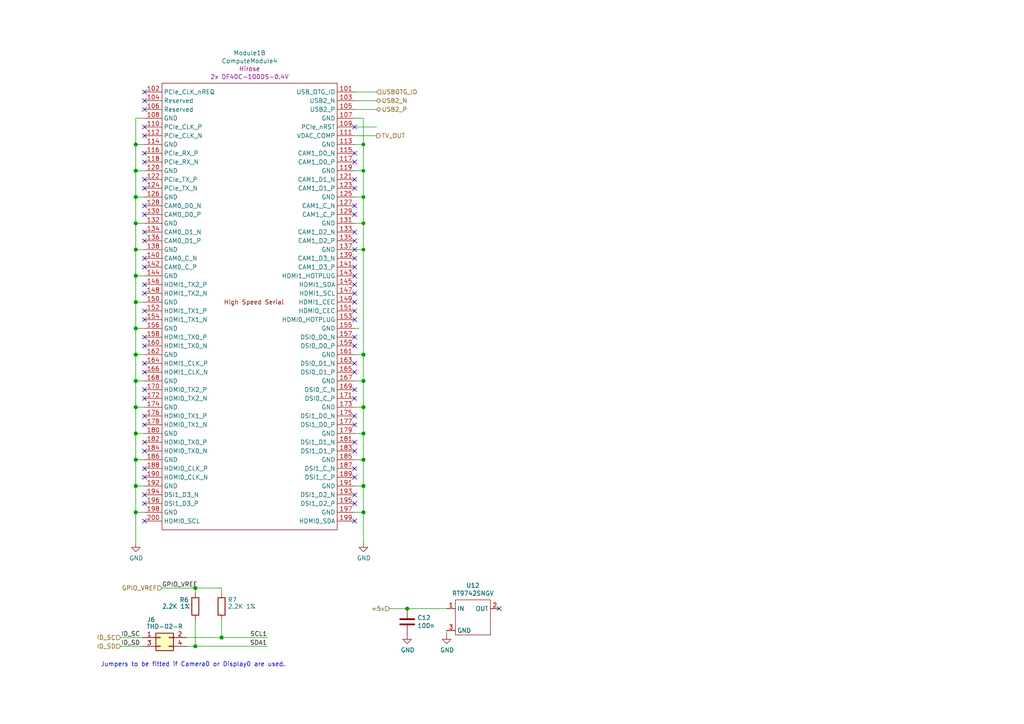
<source format=kicad_sch>
(kicad_sch
	(version 20231120)
	(generator "eeschema")
	(generator_version "8.0")
	(uuid "3aec5e23-e675-4bcf-9a9e-48cb59d51927")
	(paper "A4")
	(title_block
		(title "Compute Module 4 IO Board - CM4 - Highspeed")
		(rev "1")
		(company "© 2020-2022 Raspberry Pi Ltd (formerly Raspberry Pi (Trading) Ltd.)")
		(comment 1 "www.raspberrypi.com")
	)
	(lib_symbols
		(symbol "CM4IO:ComputeModule4-CM4"
			(exclude_from_sim no)
			(in_bom yes)
			(on_board yes)
			(property "Reference" "Module"
				(at 113.03 -68.58 0)
				(effects
					(font
						(size 1.27 1.27)
					)
				)
			)
			(property "Value" "ComputeModule4-CM4"
				(at 140.97 2.54 0)
				(effects
					(font
						(size 1.27 1.27)
					)
				)
			)
			(property "Footprint" "CM4IO:Raspberry-Pi-4-Compute-Module"
				(at 142.24 -26.67 0)
				(effects
					(font
						(size 1.27 1.27)
					)
					(hide yes)
				)
			)
			(property "Datasheet" ""
				(at 142.24 -26.67 0)
				(effects
					(font
						(size 1.27 1.27)
					)
					(hide yes)
				)
			)
			(property "Description" ""
				(at 0 0 0)
				(effects
					(font
						(size 1.27 1.27)
					)
					(hide yes)
				)
			)
			(property "Field4" "Hirose"
				(at 0 0 0)
				(effects
					(font
						(size 1.27 1.27)
					)
				)
			)
			(property "Field5" "2x DF40C-100DS-0.4V"
				(at 0 -2.54 0)
				(effects
					(font
						(size 1.27 1.27)
					)
				)
			)
			(symbol "ComputeModule4-CM4_1_0"
				(text "GPIO"
					(at 0 6.35 0)
					(effects
						(font
							(size 1.27 1.27)
						)
					)
				)
			)
			(symbol "ComputeModule4-CM4_1_1"
				(rectangle
					(start -30.48 -71.12)
					(end 25.4 58.42)
					(stroke
						(width 0)
						(type default)
					)
					(fill
						(type none)
					)
				)
				(text "600mA Max"
					(at -8.89 -53.34 0)
					(effects
						(font
							(size 1.27 1.27)
						)
					)
				)
				(text "600mA Max"
					(at -8.89 -48.26 0)
					(effects
						(font
							(size 1.27 1.27)
						)
					)
				)
				(text "NB SD signals are only available"
					(at -1.27 -27.94 0)
					(effects
						(font
							(size 1.27 1.27)
						)
					)
				)
				(text "on modules without eMMC"
					(at -1.27 -30.48 0)
					(effects
						(font
							(size 1.27 1.27)
						)
					)
				)
				(pin power_in line
					(at 27.94 55.88 180)
					(length 2.54)
					(name "GND"
						(effects
							(font
								(size 1.27 1.27)
							)
						)
					)
					(number "1"
						(effects
							(font
								(size 1.27 1.27)
							)
						)
					)
				)
				(pin passive line
					(at -33.02 45.72 0)
					(length 2.54)
					(name "Ethernet_Pair0_N"
						(effects
							(font
								(size 1.27 1.27)
							)
						)
					)
					(number "10"
						(effects
							(font
								(size 1.27 1.27)
							)
						)
					)
				)
				(pin output line
					(at -33.02 -68.58 0)
					(length 2.54)
					(name "nEXTRST"
						(effects
							(font
								(size 1.27 1.27)
							)
						)
					)
					(number "100"
						(effects
							(font
								(size 1.27 1.27)
							)
						)
					)
				)
				(pin passive line
					(at 27.94 43.18 180)
					(length 2.54)
					(name "Ethernet_Pair2_P"
						(effects
							(font
								(size 1.27 1.27)
							)
						)
					)
					(number "11"
						(effects
							(font
								(size 1.27 1.27)
							)
						)
					)
				)
				(pin passive line
					(at -33.02 43.18 0)
					(length 2.54)
					(name "Ethernet_Pair0_P"
						(effects
							(font
								(size 1.27 1.27)
							)
						)
					)
					(number "12"
						(effects
							(font
								(size 1.27 1.27)
							)
						)
					)
				)
				(pin power_in line
					(at 27.94 40.64 180)
					(length 2.54)
					(name "GND"
						(effects
							(font
								(size 1.27 1.27)
							)
						)
					)
					(number "13"
						(effects
							(font
								(size 1.27 1.27)
							)
						)
					)
				)
				(pin power_in line
					(at -33.02 40.64 0)
					(length 2.54)
					(name "GND"
						(effects
							(font
								(size 1.27 1.27)
							)
						)
					)
					(number "14"
						(effects
							(font
								(size 1.27 1.27)
							)
						)
					)
				)
				(pin output line
					(at 27.94 38.1 180)
					(length 2.54)
					(name "Ethernet_nLED3(3.3v)"
						(effects
							(font
								(size 1.27 1.27)
							)
						)
					)
					(number "15"
						(effects
							(font
								(size 1.27 1.27)
							)
						)
					)
				)
				(pin input line
					(at -33.02 38.1 0)
					(length 2.54)
					(name "Ethernet_SYNC_IN(1.8v)"
						(effects
							(font
								(size 1.27 1.27)
							)
						)
					)
					(number "16"
						(effects
							(font
								(size 1.27 1.27)
							)
						)
					)
				)
				(pin output line
					(at 27.94 35.56 180)
					(length 2.54)
					(name "Ethernet_nLED2(3.3v)"
						(effects
							(font
								(size 1.27 1.27)
							)
						)
					)
					(number "17"
						(effects
							(font
								(size 1.27 1.27)
							)
						)
					)
				)
				(pin input line
					(at -33.02 35.56 0)
					(length 2.54)
					(name "Ethernet_SYNC_OUT(1.8v)"
						(effects
							(font
								(size 1.27 1.27)
							)
						)
					)
					(number "18"
						(effects
							(font
								(size 1.27 1.27)
							)
						)
					)
				)
				(pin output line
					(at 27.94 33.02 180)
					(length 2.54)
					(name "Ethernet_nLED1(3.3v)"
						(effects
							(font
								(size 1.27 1.27)
							)
						)
					)
					(number "19"
						(effects
							(font
								(size 1.27 1.27)
							)
						)
					)
				)
				(pin power_in line
					(at -33.02 55.88 0)
					(length 2.54)
					(name "GND"
						(effects
							(font
								(size 1.27 1.27)
							)
						)
					)
					(number "2"
						(effects
							(font
								(size 1.27 1.27)
							)
						)
					)
				)
				(pin passive line
					(at -33.02 33.02 0)
					(length 2.54)
					(name "EEPROM_nWP"
						(effects
							(font
								(size 1.27 1.27)
							)
						)
					)
					(number "20"
						(effects
							(font
								(size 1.27 1.27)
							)
						)
					)
				)
				(pin open_collector line
					(at 27.94 30.48 180)
					(length 2.54)
					(name "PI_nLED_Activity"
						(effects
							(font
								(size 1.27 1.27)
							)
						)
					)
					(number "21"
						(effects
							(font
								(size 1.27 1.27)
							)
						)
					)
				)
				(pin power_in line
					(at -33.02 30.48 0)
					(length 2.54)
					(name "GND"
						(effects
							(font
								(size 1.27 1.27)
							)
						)
					)
					(number "22"
						(effects
							(font
								(size 1.27 1.27)
							)
						)
					)
				)
				(pin power_in line
					(at 27.94 27.94 180)
					(length 2.54)
					(name "GND"
						(effects
							(font
								(size 1.27 1.27)
							)
						)
					)
					(number "23"
						(effects
							(font
								(size 1.27 1.27)
							)
						)
					)
				)
				(pin passive line
					(at -33.02 27.94 0)
					(length 2.54)
					(name "GPIO26"
						(effects
							(font
								(size 1.27 1.27)
							)
						)
					)
					(number "24"
						(effects
							(font
								(size 1.27 1.27)
							)
						)
					)
				)
				(pin passive line
					(at 27.94 25.4 180)
					(length 2.54)
					(name "GPIO21"
						(effects
							(font
								(size 1.27 1.27)
							)
						)
					)
					(number "25"
						(effects
							(font
								(size 1.27 1.27)
							)
						)
					)
				)
				(pin passive line
					(at -33.02 25.4 0)
					(length 2.54)
					(name "GPIO19"
						(effects
							(font
								(size 1.27 1.27)
							)
						)
					)
					(number "26"
						(effects
							(font
								(size 1.27 1.27)
							)
						)
					)
				)
				(pin passive line
					(at 27.94 22.86 180)
					(length 2.54)
					(name "GPIO20"
						(effects
							(font
								(size 1.27 1.27)
							)
						)
					)
					(number "27"
						(effects
							(font
								(size 1.27 1.27)
							)
						)
					)
				)
				(pin passive line
					(at -33.02 22.86 0)
					(length 2.54)
					(name "GPIO13"
						(effects
							(font
								(size 1.27 1.27)
							)
						)
					)
					(number "28"
						(effects
							(font
								(size 1.27 1.27)
							)
						)
					)
				)
				(pin passive line
					(at 27.94 20.32 180)
					(length 2.54)
					(name "GPIO16"
						(effects
							(font
								(size 1.27 1.27)
							)
						)
					)
					(number "29"
						(effects
							(font
								(size 1.27 1.27)
							)
						)
					)
				)
				(pin passive line
					(at 27.94 53.34 180)
					(length 2.54)
					(name "Ethernet_Pair3_P"
						(effects
							(font
								(size 1.27 1.27)
							)
						)
					)
					(number "3"
						(effects
							(font
								(size 1.27 1.27)
							)
						)
					)
				)
				(pin passive line
					(at -33.02 20.32 0)
					(length 2.54)
					(name "GPIO6"
						(effects
							(font
								(size 1.27 1.27)
							)
						)
					)
					(number "30"
						(effects
							(font
								(size 1.27 1.27)
							)
						)
					)
				)
				(pin passive line
					(at 27.94 17.78 180)
					(length 2.54)
					(name "GPIO12"
						(effects
							(font
								(size 1.27 1.27)
							)
						)
					)
					(number "31"
						(effects
							(font
								(size 1.27 1.27)
							)
						)
					)
				)
				(pin power_in line
					(at -33.02 17.78 0)
					(length 2.54)
					(name "GND"
						(effects
							(font
								(size 1.27 1.27)
							)
						)
					)
					(number "32"
						(effects
							(font
								(size 1.27 1.27)
							)
						)
					)
				)
				(pin power_in line
					(at 27.94 15.24 180)
					(length 2.54)
					(name "GND"
						(effects
							(font
								(size 1.27 1.27)
							)
						)
					)
					(number "33"
						(effects
							(font
								(size 1.27 1.27)
							)
						)
					)
				)
				(pin passive line
					(at -33.02 15.24 0)
					(length 2.54)
					(name "GPIO5"
						(effects
							(font
								(size 1.27 1.27)
							)
						)
					)
					(number "34"
						(effects
							(font
								(size 1.27 1.27)
							)
						)
					)
				)
				(pin passive line
					(at 27.94 12.7 180)
					(length 2.54)
					(name "ID_SC"
						(effects
							(font
								(size 1.27 1.27)
							)
						)
					)
					(number "35"
						(effects
							(font
								(size 1.27 1.27)
							)
						)
					)
				)
				(pin passive line
					(at -33.02 12.7 0)
					(length 2.54)
					(name "ID_SD"
						(effects
							(font
								(size 1.27 1.27)
							)
						)
					)
					(number "36"
						(effects
							(font
								(size 1.27 1.27)
							)
						)
					)
				)
				(pin passive line
					(at 27.94 10.16 180)
					(length 2.54)
					(name "GPIO7"
						(effects
							(font
								(size 1.27 1.27)
							)
						)
					)
					(number "37"
						(effects
							(font
								(size 1.27 1.27)
							)
						)
					)
				)
				(pin passive line
					(at -33.02 10.16 0)
					(length 2.54)
					(name "GPIO11"
						(effects
							(font
								(size 1.27 1.27)
							)
						)
					)
					(number "38"
						(effects
							(font
								(size 1.27 1.27)
							)
						)
					)
				)
				(pin passive line
					(at 27.94 7.62 180)
					(length 2.54)
					(name "GPIO8"
						(effects
							(font
								(size 1.27 1.27)
							)
						)
					)
					(number "39"
						(effects
							(font
								(size 1.27 1.27)
							)
						)
					)
				)
				(pin passive line
					(at -33.02 53.34 0)
					(length 2.54)
					(name "Ethernet_Pair1_P"
						(effects
							(font
								(size 1.27 1.27)
							)
						)
					)
					(number "4"
						(effects
							(font
								(size 1.27 1.27)
							)
						)
					)
				)
				(pin passive line
					(at -33.02 7.62 0)
					(length 2.54)
					(name "GPIO9"
						(effects
							(font
								(size 1.27 1.27)
							)
						)
					)
					(number "40"
						(effects
							(font
								(size 1.27 1.27)
							)
						)
					)
				)
				(pin passive line
					(at 27.94 5.08 180)
					(length 2.54)
					(name "GPIO25"
						(effects
							(font
								(size 1.27 1.27)
							)
						)
					)
					(number "41"
						(effects
							(font
								(size 1.27 1.27)
							)
						)
					)
				)
				(pin power_in line
					(at -33.02 5.08 0)
					(length 2.54)
					(name "GND"
						(effects
							(font
								(size 1.27 1.27)
							)
						)
					)
					(number "42"
						(effects
							(font
								(size 1.27 1.27)
							)
						)
					)
				)
				(pin power_in line
					(at 27.94 2.54 180)
					(length 2.54)
					(name "GND"
						(effects
							(font
								(size 1.27 1.27)
							)
						)
					)
					(number "43"
						(effects
							(font
								(size 1.27 1.27)
							)
						)
					)
				)
				(pin passive line
					(at -33.02 2.54 0)
					(length 2.54)
					(name "GPIO10"
						(effects
							(font
								(size 1.27 1.27)
							)
						)
					)
					(number "44"
						(effects
							(font
								(size 1.27 1.27)
							)
						)
					)
				)
				(pin passive line
					(at 27.94 0 180)
					(length 2.54)
					(name "GPIO24"
						(effects
							(font
								(size 1.27 1.27)
							)
						)
					)
					(number "45"
						(effects
							(font
								(size 1.27 1.27)
							)
						)
					)
				)
				(pin passive line
					(at -33.02 0 0)
					(length 2.54)
					(name "GPIO22"
						(effects
							(font
								(size 1.27 1.27)
							)
						)
					)
					(number "46"
						(effects
							(font
								(size 1.27 1.27)
							)
						)
					)
				)
				(pin passive line
					(at 27.94 -2.54 180)
					(length 2.54)
					(name "GPIO23"
						(effects
							(font
								(size 1.27 1.27)
							)
						)
					)
					(number "47"
						(effects
							(font
								(size 1.27 1.27)
							)
						)
					)
				)
				(pin passive line
					(at -33.02 -2.54 0)
					(length 2.54)
					(name "GPIO27"
						(effects
							(font
								(size 1.27 1.27)
							)
						)
					)
					(number "48"
						(effects
							(font
								(size 1.27 1.27)
							)
						)
					)
				)
				(pin passive line
					(at 27.94 -5.08 180)
					(length 2.54)
					(name "GPIO18"
						(effects
							(font
								(size 1.27 1.27)
							)
						)
					)
					(number "49"
						(effects
							(font
								(size 1.27 1.27)
							)
						)
					)
				)
				(pin passive line
					(at 27.94 50.8 180)
					(length 2.54)
					(name "Ethernet_Pair3_N"
						(effects
							(font
								(size 1.27 1.27)
							)
						)
					)
					(number "5"
						(effects
							(font
								(size 1.27 1.27)
							)
						)
					)
				)
				(pin passive line
					(at -33.02 -5.08 0)
					(length 2.54)
					(name "GPIO17"
						(effects
							(font
								(size 1.27 1.27)
							)
						)
					)
					(number "50"
						(effects
							(font
								(size 1.27 1.27)
							)
						)
					)
				)
				(pin passive line
					(at 27.94 -7.62 180)
					(length 2.54)
					(name "GPIO15"
						(effects
							(font
								(size 1.27 1.27)
							)
						)
					)
					(number "51"
						(effects
							(font
								(size 1.27 1.27)
							)
						)
					)
				)
				(pin power_in line
					(at -33.02 -7.62 0)
					(length 2.54)
					(name "GND"
						(effects
							(font
								(size 1.27 1.27)
							)
						)
					)
					(number "52"
						(effects
							(font
								(size 1.27 1.27)
							)
						)
					)
				)
				(pin power_in line
					(at 27.94 -10.16 180)
					(length 2.54)
					(name "GND"
						(effects
							(font
								(size 1.27 1.27)
							)
						)
					)
					(number "53"
						(effects
							(font
								(size 1.27 1.27)
							)
						)
					)
				)
				(pin passive line
					(at -33.02 -10.16 0)
					(length 2.54)
					(name "GPIO4"
						(effects
							(font
								(size 1.27 1.27)
							)
						)
					)
					(number "54"
						(effects
							(font
								(size 1.27 1.27)
							)
						)
					)
				)
				(pin passive line
					(at 27.94 -12.7 180)
					(length 2.54)
					(name "GPIO14"
						(effects
							(font
								(size 1.27 1.27)
							)
						)
					)
					(number "55"
						(effects
							(font
								(size 1.27 1.27)
							)
						)
					)
				)
				(pin passive line
					(at -33.02 -12.7 0)
					(length 2.54)
					(name "GPIO3"
						(effects
							(font
								(size 1.27 1.27)
							)
						)
					)
					(number "56"
						(effects
							(font
								(size 1.27 1.27)
							)
						)
					)
				)
				(pin passive line
					(at 27.94 -15.24 180)
					(length 2.54)
					(name "SD_CLK"
						(effects
							(font
								(size 1.27 1.27)
							)
						)
					)
					(number "57"
						(effects
							(font
								(size 1.27 1.27)
							)
						)
					)
				)
				(pin passive line
					(at -33.02 -15.24 0)
					(length 2.54)
					(name "GPIO2"
						(effects
							(font
								(size 1.27 1.27)
							)
						)
					)
					(number "58"
						(effects
							(font
								(size 1.27 1.27)
							)
						)
					)
				)
				(pin power_in line
					(at 27.94 -17.78 180)
					(length 2.54)
					(name "GND"
						(effects
							(font
								(size 1.27 1.27)
							)
						)
					)
					(number "59"
						(effects
							(font
								(size 1.27 1.27)
							)
						)
					)
				)
				(pin passive line
					(at -33.02 50.8 0)
					(length 2.54)
					(name "Ethernet_Pair1_N"
						(effects
							(font
								(size 1.27 1.27)
							)
						)
					)
					(number "6"
						(effects
							(font
								(size 1.27 1.27)
							)
						)
					)
				)
				(pin power_in line
					(at -33.02 -17.78 0)
					(length 2.54)
					(name "GND"
						(effects
							(font
								(size 1.27 1.27)
							)
						)
					)
					(number "60"
						(effects
							(font
								(size 1.27 1.27)
							)
						)
					)
				)
				(pin passive line
					(at 27.94 -20.32 180)
					(length 2.54)
					(name "SD_DAT3"
						(effects
							(font
								(size 1.27 1.27)
							)
						)
					)
					(number "61"
						(effects
							(font
								(size 1.27 1.27)
							)
						)
					)
				)
				(pin passive line
					(at -33.02 -20.32 0)
					(length 2.54)
					(name "SD_CMD"
						(effects
							(font
								(size 1.27 1.27)
							)
						)
					)
					(number "62"
						(effects
							(font
								(size 1.27 1.27)
							)
						)
					)
				)
				(pin passive line
					(at 27.94 -22.86 180)
					(length 2.54)
					(name "SD_DAT0"
						(effects
							(font
								(size 1.27 1.27)
							)
						)
					)
					(number "63"
						(effects
							(font
								(size 1.27 1.27)
							)
						)
					)
				)
				(pin passive line
					(at -33.02 -22.86 0)
					(length 2.54)
					(name "SD_DAT5"
						(effects
							(font
								(size 1.27 1.27)
							)
						)
					)
					(number "64"
						(effects
							(font
								(size 1.27 1.27)
							)
						)
					)
				)
				(pin power_in line
					(at 27.94 -25.4 180)
					(length 2.54)
					(name "GND"
						(effects
							(font
								(size 1.27 1.27)
							)
						)
					)
					(number "65"
						(effects
							(font
								(size 1.27 1.27)
							)
						)
					)
				)
				(pin power_in line
					(at -33.02 -25.4 0)
					(length 2.54)
					(name "GND"
						(effects
							(font
								(size 1.27 1.27)
							)
						)
					)
					(number "66"
						(effects
							(font
								(size 1.27 1.27)
							)
						)
					)
				)
				(pin passive line
					(at 27.94 -27.94 180)
					(length 2.54)
					(name "SD_DAT1"
						(effects
							(font
								(size 1.27 1.27)
							)
						)
					)
					(number "67"
						(effects
							(font
								(size 1.27 1.27)
							)
						)
					)
				)
				(pin passive line
					(at -33.02 -27.94 0)
					(length 2.54)
					(name "SD_DAT4"
						(effects
							(font
								(size 1.27 1.27)
							)
						)
					)
					(number "68"
						(effects
							(font
								(size 1.27 1.27)
							)
						)
					)
				)
				(pin passive line
					(at 27.94 -30.48 180)
					(length 2.54)
					(name "SD_DAT2"
						(effects
							(font
								(size 1.27 1.27)
							)
						)
					)
					(number "69"
						(effects
							(font
								(size 1.27 1.27)
							)
						)
					)
				)
				(pin power_in line
					(at 27.94 48.26 180)
					(length 2.54)
					(name "GND"
						(effects
							(font
								(size 1.27 1.27)
							)
						)
					)
					(number "7"
						(effects
							(font
								(size 1.27 1.27)
							)
						)
					)
				)
				(pin passive line
					(at -33.02 -30.48 0)
					(length 2.54)
					(name "SD_DAT7"
						(effects
							(font
								(size 1.27 1.27)
							)
						)
					)
					(number "70"
						(effects
							(font
								(size 1.27 1.27)
							)
						)
					)
				)
				(pin power_in line
					(at 27.94 -33.02 180)
					(length 2.54)
					(name "GND"
						(effects
							(font
								(size 1.27 1.27)
							)
						)
					)
					(number "71"
						(effects
							(font
								(size 1.27 1.27)
							)
						)
					)
				)
				(pin passive line
					(at -33.02 -33.02 0)
					(length 2.54)
					(name "SD_DAT6"
						(effects
							(font
								(size 1.27 1.27)
							)
						)
					)
					(number "72"
						(effects
							(font
								(size 1.27 1.27)
							)
						)
					)
				)
				(pin input line
					(at 27.94 -35.56 180)
					(length 2.54)
					(name "SD_VDD_Override"
						(effects
							(font
								(size 1.27 1.27)
							)
						)
					)
					(number "73"
						(effects
							(font
								(size 1.27 1.27)
							)
						)
					)
				)
				(pin power_in line
					(at -33.02 -35.56 0)
					(length 2.54)
					(name "GND"
						(effects
							(font
								(size 1.27 1.27)
							)
						)
					)
					(number "74"
						(effects
							(font
								(size 1.27 1.27)
							)
						)
					)
				)
				(pin output line
					(at 27.94 -38.1 180)
					(length 2.54)
					(name "SD_PWR_ON"
						(effects
							(font
								(size 1.27 1.27)
							)
						)
					)
					(number "75"
						(effects
							(font
								(size 1.27 1.27)
							)
						)
					)
				)
				(pin passive line
					(at -33.02 -38.1 0)
					(length 2.54)
					(name "Reserved"
						(effects
							(font
								(size 1.27 1.27)
							)
						)
					)
					(number "76"
						(effects
							(font
								(size 1.27 1.27)
							)
						)
					)
				)
				(pin power_in line
					(at 27.94 -40.64 180)
					(length 2.54)
					(name "+5v_(Input)"
						(effects
							(font
								(size 1.27 1.27)
							)
						)
					)
					(number "77"
						(effects
							(font
								(size 1.27 1.27)
							)
						)
					)
				)
				(pin power_in line
					(at -33.02 -40.64 0)
					(length 2.54)
					(name "GPIO_VREF(1.8v/3.3v_Input)"
						(effects
							(font
								(size 1.27 1.27)
							)
						)
					)
					(number "78"
						(effects
							(font
								(size 1.27 1.27)
							)
						)
					)
				)
				(pin power_in line
					(at 27.94 -43.18 180)
					(length 2.54)
					(name "+5v_(Input)"
						(effects
							(font
								(size 1.27 1.27)
							)
						)
					)
					(number "79"
						(effects
							(font
								(size 1.27 1.27)
							)
						)
					)
				)
				(pin power_in line
					(at -33.02 48.26 0)
					(length 2.54)
					(name "GND"
						(effects
							(font
								(size 1.27 1.27)
							)
						)
					)
					(number "8"
						(effects
							(font
								(size 1.27 1.27)
							)
						)
					)
				)
				(pin passive line
					(at -33.02 -43.18 0)
					(length 2.54)
					(name "SCL0"
						(effects
							(font
								(size 1.27 1.27)
							)
						)
					)
					(number "80"
						(effects
							(font
								(size 1.27 1.27)
							)
						)
					)
				)
				(pin power_in line
					(at 27.94 -45.72 180)
					(length 2.54)
					(name "+5v_(Input)"
						(effects
							(font
								(size 1.27 1.27)
							)
						)
					)
					(number "81"
						(effects
							(font
								(size 1.27 1.27)
							)
						)
					)
				)
				(pin passive line
					(at -33.02 -45.72 0)
					(length 2.54)
					(name "SDA0"
						(effects
							(font
								(size 1.27 1.27)
							)
						)
					)
					(number "82"
						(effects
							(font
								(size 1.27 1.27)
							)
						)
					)
				)
				(pin power_in line
					(at 27.94 -48.26 180)
					(length 2.54)
					(name "+5v_(Input)"
						(effects
							(font
								(size 1.27 1.27)
							)
						)
					)
					(number "83"
						(effects
							(font
								(size 1.27 1.27)
							)
						)
					)
				)
				(pin power_out line
					(at -33.02 -48.26 0)
					(length 2.54)
					(name "+3.3v_(Output)"
						(effects
							(font
								(size 1.27 1.27)
							)
						)
					)
					(number "84"
						(effects
							(font
								(size 1.27 1.27)
							)
						)
					)
				)
				(pin power_in line
					(at 27.94 -50.8 180)
					(length 2.54)
					(name "+5v_(Input)"
						(effects
							(font
								(size 1.27 1.27)
							)
						)
					)
					(number "85"
						(effects
							(font
								(size 1.27 1.27)
							)
						)
					)
				)
				(pin power_out line
					(at -33.02 -50.8 0)
					(length 2.54)
					(name "+3.3v_(Output)"
						(effects
							(font
								(size 1.27 1.27)
							)
						)
					)
					(number "86"
						(effects
							(font
								(size 1.27 1.27)
							)
						)
					)
				)
				(pin power_in line
					(at 27.94 -53.34 180)
					(length 2.54)
					(name "+5v_(Input)"
						(effects
							(font
								(size 1.27 1.27)
							)
						)
					)
					(number "87"
						(effects
							(font
								(size 1.27 1.27)
							)
						)
					)
				)
				(pin power_out line
					(at -33.02 -53.34 0)
					(length 2.54)
					(name "+1.8v_(Output)"
						(effects
							(font
								(size 1.27 1.27)
							)
						)
					)
					(number "88"
						(effects
							(font
								(size 1.27 1.27)
							)
						)
					)
				)
				(pin power_in line
					(at 27.94 -55.88 180)
					(length 2.54)
					(name "WiFi_nDisable"
						(effects
							(font
								(size 1.27 1.27)
							)
						)
					)
					(number "89"
						(effects
							(font
								(size 1.27 1.27)
							)
						)
					)
				)
				(pin passive line
					(at 27.94 45.72 180)
					(length 2.54)
					(name "Ethernet_Pair2_N"
						(effects
							(font
								(size 1.27 1.27)
							)
						)
					)
					(number "9"
						(effects
							(font
								(size 1.27 1.27)
							)
						)
					)
				)
				(pin power_out line
					(at -33.02 -55.88 0)
					(length 2.54)
					(name "+1.8v_(Output)"
						(effects
							(font
								(size 1.27 1.27)
							)
						)
					)
					(number "90"
						(effects
							(font
								(size 1.27 1.27)
							)
						)
					)
				)
				(pin power_in line
					(at 27.94 -58.42 180)
					(length 2.54)
					(name "BT_nDisable"
						(effects
							(font
								(size 1.27 1.27)
							)
						)
					)
					(number "91"
						(effects
							(font
								(size 1.27 1.27)
							)
						)
					)
				)
				(pin passive line
					(at -33.02 -58.42 0)
					(length 2.54)
					(name "RUN_PG"
						(effects
							(font
								(size 1.27 1.27)
							)
						)
					)
					(number "92"
						(effects
							(font
								(size 1.27 1.27)
							)
						)
					)
				)
				(pin input line
					(at 27.94 -60.96 180)
					(length 2.54)
					(name "nRPIBOOT"
						(effects
							(font
								(size 1.27 1.27)
							)
						)
					)
					(number "93"
						(effects
							(font
								(size 1.27 1.27)
							)
						)
					)
				)
				(pin passive line
					(at -33.02 -60.96 0)
					(length 2.54)
					(name "AnalogIP1"
						(effects
							(font
								(size 1.27 1.27)
							)
						)
					)
					(number "94"
						(effects
							(font
								(size 1.27 1.27)
							)
						)
					)
				)
				(pin output line
					(at 27.94 -63.5 180)
					(length 2.54)
					(name "nPI_LED_PWR"
						(effects
							(font
								(size 1.27 1.27)
							)
						)
					)
					(number "95"
						(effects
							(font
								(size 1.27 1.27)
							)
						)
					)
				)
				(pin passive line
					(at -33.02 -63.5 0)
					(length 2.54)
					(name "AnalogIP0"
						(effects
							(font
								(size 1.27 1.27)
							)
						)
					)
					(number "96"
						(effects
							(font
								(size 1.27 1.27)
							)
						)
					)
				)
				(pin passive line
					(at 27.94 -66.04 180)
					(length 2.54)
					(name "Camera_GPIO"
						(effects
							(font
								(size 1.27 1.27)
							)
						)
					)
					(number "97"
						(effects
							(font
								(size 1.27 1.27)
							)
						)
					)
				)
				(pin power_in line
					(at -33.02 -66.04 0)
					(length 2.54)
					(name "GND"
						(effects
							(font
								(size 1.27 1.27)
							)
						)
					)
					(number "98"
						(effects
							(font
								(size 1.27 1.27)
							)
						)
					)
				)
				(pin input line
					(at 27.94 -68.58 180)
					(length 2.54)
					(name "Global_EN"
						(effects
							(font
								(size 1.27 1.27)
							)
						)
					)
					(number "99"
						(effects
							(font
								(size 1.27 1.27)
							)
						)
					)
				)
			)
			(symbol "ComputeModule4-CM4_2_1"
				(rectangle
					(start 114.3 -66.04)
					(end 165.1 63.5)
					(stroke
						(width 0)
						(type default)
					)
					(fill
						(type none)
					)
				)
				(text "High Speed Serial"
					(at 140.97 0 0)
					(effects
						(font
							(size 1.27 1.27)
						)
					)
				)
				(pin input line
					(at 170.18 60.96 180)
					(length 5.08)
					(name "USB_OTG_ID"
						(effects
							(font
								(size 1.27 1.27)
							)
						)
					)
					(number "101"
						(effects
							(font
								(size 1.27 1.27)
							)
						)
					)
				)
				(pin input line
					(at 109.22 60.96 0)
					(length 5.08)
					(name "PCIe_CLK_nREQ"
						(effects
							(font
								(size 1.27 1.27)
							)
						)
					)
					(number "102"
						(effects
							(font
								(size 1.27 1.27)
							)
						)
					)
				)
				(pin passive line
					(at 170.18 58.42 180)
					(length 5.08)
					(name "USB2_N"
						(effects
							(font
								(size 1.27 1.27)
							)
						)
					)
					(number "103"
						(effects
							(font
								(size 1.27 1.27)
							)
						)
					)
				)
				(pin passive line
					(at 109.22 58.42 0)
					(length 5.08)
					(name "Reserved"
						(effects
							(font
								(size 1.27 1.27)
							)
						)
					)
					(number "104"
						(effects
							(font
								(size 1.27 1.27)
							)
						)
					)
				)
				(pin passive line
					(at 170.18 55.88 180)
					(length 5.08)
					(name "USB2_P"
						(effects
							(font
								(size 1.27 1.27)
							)
						)
					)
					(number "105"
						(effects
							(font
								(size 1.27 1.27)
							)
						)
					)
				)
				(pin passive line
					(at 109.22 55.88 0)
					(length 5.08)
					(name "Reserved"
						(effects
							(font
								(size 1.27 1.27)
							)
						)
					)
					(number "106"
						(effects
							(font
								(size 1.27 1.27)
							)
						)
					)
				)
				(pin power_in line
					(at 170.18 53.34 180)
					(length 5.08)
					(name "GND"
						(effects
							(font
								(size 1.27 1.27)
							)
						)
					)
					(number "107"
						(effects
							(font
								(size 1.27 1.27)
							)
						)
					)
				)
				(pin power_in line
					(at 109.22 53.34 0)
					(length 5.08)
					(name "GND"
						(effects
							(font
								(size 1.27 1.27)
							)
						)
					)
					(number "108"
						(effects
							(font
								(size 1.27 1.27)
							)
						)
					)
				)
				(pin bidirectional line
					(at 170.18 50.8 180)
					(length 5.08)
					(name "PCIe_nRST"
						(effects
							(font
								(size 1.27 1.27)
							)
						)
					)
					(number "109"
						(effects
							(font
								(size 1.27 1.27)
							)
						)
					)
				)
				(pin output line
					(at 109.22 50.8 0)
					(length 5.08)
					(name "PCIe_CLK_P"
						(effects
							(font
								(size 1.27 1.27)
							)
						)
					)
					(number "110"
						(effects
							(font
								(size 1.27 1.27)
							)
						)
					)
				)
				(pin passive line
					(at 170.18 48.26 180)
					(length 5.08)
					(name "VDAC_COMP"
						(effects
							(font
								(size 1.27 1.27)
							)
						)
					)
					(number "111"
						(effects
							(font
								(size 1.27 1.27)
							)
						)
					)
				)
				(pin output line
					(at 109.22 48.26 0)
					(length 5.08)
					(name "PCIe_CLK_N"
						(effects
							(font
								(size 1.27 1.27)
							)
						)
					)
					(number "112"
						(effects
							(font
								(size 1.27 1.27)
							)
						)
					)
				)
				(pin power_in line
					(at 170.18 45.72 180)
					(length 5.08)
					(name "GND"
						(effects
							(font
								(size 1.27 1.27)
							)
						)
					)
					(number "113"
						(effects
							(font
								(size 1.27 1.27)
							)
						)
					)
				)
				(pin power_in line
					(at 109.22 45.72 0)
					(length 5.08)
					(name "GND"
						(effects
							(font
								(size 1.27 1.27)
							)
						)
					)
					(number "114"
						(effects
							(font
								(size 1.27 1.27)
							)
						)
					)
				)
				(pin input line
					(at 170.18 43.18 180)
					(length 5.08)
					(name "CAM1_D0_N"
						(effects
							(font
								(size 1.27 1.27)
							)
						)
					)
					(number "115"
						(effects
							(font
								(size 1.27 1.27)
							)
						)
					)
				)
				(pin input line
					(at 109.22 43.18 0)
					(length 5.08)
					(name "PCIe_RX_P"
						(effects
							(font
								(size 1.27 1.27)
							)
						)
					)
					(number "116"
						(effects
							(font
								(size 1.27 1.27)
							)
						)
					)
				)
				(pin input line
					(at 170.18 40.64 180)
					(length 5.08)
					(name "CAM1_D0_P"
						(effects
							(font
								(size 1.27 1.27)
							)
						)
					)
					(number "117"
						(effects
							(font
								(size 1.27 1.27)
							)
						)
					)
				)
				(pin input line
					(at 109.22 40.64 0)
					(length 5.08)
					(name "PCIe_RX_N"
						(effects
							(font
								(size 1.27 1.27)
							)
						)
					)
					(number "118"
						(effects
							(font
								(size 1.27 1.27)
							)
						)
					)
				)
				(pin power_in line
					(at 170.18 38.1 180)
					(length 5.08)
					(name "GND"
						(effects
							(font
								(size 1.27 1.27)
							)
						)
					)
					(number "119"
						(effects
							(font
								(size 1.27 1.27)
							)
						)
					)
				)
				(pin power_in line
					(at 109.22 38.1 0)
					(length 5.08)
					(name "GND"
						(effects
							(font
								(size 1.27 1.27)
							)
						)
					)
					(number "120"
						(effects
							(font
								(size 1.27 1.27)
							)
						)
					)
				)
				(pin input line
					(at 170.18 35.56 180)
					(length 5.08)
					(name "CAM1_D1_N"
						(effects
							(font
								(size 1.27 1.27)
							)
						)
					)
					(number "121"
						(effects
							(font
								(size 1.27 1.27)
							)
						)
					)
				)
				(pin output line
					(at 109.22 35.56 0)
					(length 5.08)
					(name "PCIe_TX_P"
						(effects
							(font
								(size 1.27 1.27)
							)
						)
					)
					(number "122"
						(effects
							(font
								(size 1.27 1.27)
							)
						)
					)
				)
				(pin input line
					(at 170.18 33.02 180)
					(length 5.08)
					(name "CAM1_D1_P"
						(effects
							(font
								(size 1.27 1.27)
							)
						)
					)
					(number "123"
						(effects
							(font
								(size 1.27 1.27)
							)
						)
					)
				)
				(pin output line
					(at 109.22 33.02 0)
					(length 5.08)
					(name "PCIe_TX_N"
						(effects
							(font
								(size 1.27 1.27)
							)
						)
					)
					(number "124"
						(effects
							(font
								(size 1.27 1.27)
							)
						)
					)
				)
				(pin power_in line
					(at 170.18 30.48 180)
					(length 5.08)
					(name "GND"
						(effects
							(font
								(size 1.27 1.27)
							)
						)
					)
					(number "125"
						(effects
							(font
								(size 1.27 1.27)
							)
						)
					)
				)
				(pin power_in line
					(at 109.22 30.48 0)
					(length 5.08)
					(name "GND"
						(effects
							(font
								(size 1.27 1.27)
							)
						)
					)
					(number "126"
						(effects
							(font
								(size 1.27 1.27)
							)
						)
					)
				)
				(pin input line
					(at 170.18 27.94 180)
					(length 5.08)
					(name "CAM1_C_N"
						(effects
							(font
								(size 1.27 1.27)
							)
						)
					)
					(number "127"
						(effects
							(font
								(size 1.27 1.27)
							)
						)
					)
				)
				(pin input line
					(at 109.22 27.94 0)
					(length 5.08)
					(name "CAM0_D0_N"
						(effects
							(font
								(size 1.27 1.27)
							)
						)
					)
					(number "128"
						(effects
							(font
								(size 1.27 1.27)
							)
						)
					)
				)
				(pin input line
					(at 170.18 25.4 180)
					(length 5.08)
					(name "CAM1_C_P"
						(effects
							(font
								(size 1.27 1.27)
							)
						)
					)
					(number "129"
						(effects
							(font
								(size 1.27 1.27)
							)
						)
					)
				)
				(pin input line
					(at 109.22 25.4 0)
					(length 5.08)
					(name "CAM0_D0_P"
						(effects
							(font
								(size 1.27 1.27)
							)
						)
					)
					(number "130"
						(effects
							(font
								(size 1.27 1.27)
							)
						)
					)
				)
				(pin power_in line
					(at 170.18 22.86 180)
					(length 5.08)
					(name "GND"
						(effects
							(font
								(size 1.27 1.27)
							)
						)
					)
					(number "131"
						(effects
							(font
								(size 1.27 1.27)
							)
						)
					)
				)
				(pin power_in line
					(at 109.22 22.86 0)
					(length 5.08)
					(name "GND"
						(effects
							(font
								(size 1.27 1.27)
							)
						)
					)
					(number "132"
						(effects
							(font
								(size 1.27 1.27)
							)
						)
					)
				)
				(pin input line
					(at 170.18 20.32 180)
					(length 5.08)
					(name "CAM1_D2_N"
						(effects
							(font
								(size 1.27 1.27)
							)
						)
					)
					(number "133"
						(effects
							(font
								(size 1.27 1.27)
							)
						)
					)
				)
				(pin input line
					(at 109.22 20.32 0)
					(length 5.08)
					(name "CAM0_D1_N"
						(effects
							(font
								(size 1.27 1.27)
							)
						)
					)
					(number "134"
						(effects
							(font
								(size 1.27 1.27)
							)
						)
					)
				)
				(pin input line
					(at 170.18 17.78 180)
					(length 5.08)
					(name "CAM1_D2_P"
						(effects
							(font
								(size 1.27 1.27)
							)
						)
					)
					(number "135"
						(effects
							(font
								(size 1.27 1.27)
							)
						)
					)
				)
				(pin input line
					(at 109.22 17.78 0)
					(length 5.08)
					(name "CAM0_D1_P"
						(effects
							(font
								(size 1.27 1.27)
							)
						)
					)
					(number "136"
						(effects
							(font
								(size 1.27 1.27)
							)
						)
					)
				)
				(pin power_in line
					(at 170.18 15.24 180)
					(length 5.08)
					(name "GND"
						(effects
							(font
								(size 1.27 1.27)
							)
						)
					)
					(number "137"
						(effects
							(font
								(size 1.27 1.27)
							)
						)
					)
				)
				(pin power_in line
					(at 109.22 15.24 0)
					(length 5.08)
					(name "GND"
						(effects
							(font
								(size 1.27 1.27)
							)
						)
					)
					(number "138"
						(effects
							(font
								(size 1.27 1.27)
							)
						)
					)
				)
				(pin input line
					(at 170.18 12.7 180)
					(length 5.08)
					(name "CAM1_D3_N"
						(effects
							(font
								(size 1.27 1.27)
							)
						)
					)
					(number "139"
						(effects
							(font
								(size 1.27 1.27)
							)
						)
					)
				)
				(pin input line
					(at 109.22 12.7 0)
					(length 5.08)
					(name "CAM0_C_N"
						(effects
							(font
								(size 1.27 1.27)
							)
						)
					)
					(number "140"
						(effects
							(font
								(size 1.27 1.27)
							)
						)
					)
				)
				(pin input line
					(at 170.18 10.16 180)
					(length 5.08)
					(name "CAM1_D3_P"
						(effects
							(font
								(size 1.27 1.27)
							)
						)
					)
					(number "141"
						(effects
							(font
								(size 1.27 1.27)
							)
						)
					)
				)
				(pin input line
					(at 109.22 10.16 0)
					(length 5.08)
					(name "CAM0_C_P"
						(effects
							(font
								(size 1.27 1.27)
							)
						)
					)
					(number "142"
						(effects
							(font
								(size 1.27 1.27)
							)
						)
					)
				)
				(pin input line
					(at 170.18 7.62 180)
					(length 5.08)
					(name "HDMI1_HOTPLUG"
						(effects
							(font
								(size 1.27 1.27)
							)
						)
					)
					(number "143"
						(effects
							(font
								(size 1.27 1.27)
							)
						)
					)
				)
				(pin power_in line
					(at 109.22 7.62 0)
					(length 5.08)
					(name "GND"
						(effects
							(font
								(size 1.27 1.27)
							)
						)
					)
					(number "144"
						(effects
							(font
								(size 1.27 1.27)
							)
						)
					)
				)
				(pin bidirectional line
					(at 170.18 5.08 180)
					(length 5.08)
					(name "HDMI1_SDA"
						(effects
							(font
								(size 1.27 1.27)
							)
						)
					)
					(number "145"
						(effects
							(font
								(size 1.27 1.27)
							)
						)
					)
				)
				(pin output line
					(at 109.22 5.08 0)
					(length 5.08)
					(name "HDMI1_TX2_P"
						(effects
							(font
								(size 1.27 1.27)
							)
						)
					)
					(number "146"
						(effects
							(font
								(size 1.27 1.27)
							)
						)
					)
				)
				(pin open_collector line
					(at 170.18 2.54 180)
					(length 5.08)
					(name "HDMI1_SCL"
						(effects
							(font
								(size 1.27 1.27)
							)
						)
					)
					(number "147"
						(effects
							(font
								(size 1.27 1.27)
							)
						)
					)
				)
				(pin output line
					(at 109.22 2.54 0)
					(length 5.08)
					(name "HDMI1_TX2_N"
						(effects
							(font
								(size 1.27 1.27)
							)
						)
					)
					(number "148"
						(effects
							(font
								(size 1.27 1.27)
							)
						)
					)
				)
				(pin open_collector line
					(at 170.18 0 180)
					(length 5.08)
					(name "HDMI1_CEC"
						(effects
							(font
								(size 1.27 1.27)
							)
						)
					)
					(number "149"
						(effects
							(font
								(size 1.27 1.27)
							)
						)
					)
				)
				(pin power_in line
					(at 109.22 0 0)
					(length 5.08)
					(name "GND"
						(effects
							(font
								(size 1.27 1.27)
							)
						)
					)
					(number "150"
						(effects
							(font
								(size 1.27 1.27)
							)
						)
					)
				)
				(pin open_collector line
					(at 170.18 -2.54 180)
					(length 5.08)
					(name "HDMI0_CEC"
						(effects
							(font
								(size 1.27 1.27)
							)
						)
					)
					(number "151"
						(effects
							(font
								(size 1.27 1.27)
							)
						)
					)
				)
				(pin output line
					(at 109.22 -2.54 0)
					(length 5.08)
					(name "HDMI1_TX1_P"
						(effects
							(font
								(size 1.27 1.27)
							)
						)
					)
					(number "152"
						(effects
							(font
								(size 1.27 1.27)
							)
						)
					)
				)
				(pin input line
					(at 170.18 -5.08 180)
					(length 5.08)
					(name "HDMI0_HOTPLUG"
						(effects
							(font
								(size 1.27 1.27)
							)
						)
					)
					(number "153"
						(effects
							(font
								(size 1.27 1.27)
							)
						)
					)
				)
				(pin output line
					(at 109.22 -5.08 0)
					(length 5.08)
					(name "HDMI1_TX1_N"
						(effects
							(font
								(size 1.27 1.27)
							)
						)
					)
					(number "154"
						(effects
							(font
								(size 1.27 1.27)
							)
						)
					)
				)
				(pin power_in line
					(at 170.18 -7.62 180)
					(length 5.08)
					(name "GND"
						(effects
							(font
								(size 1.27 1.27)
							)
						)
					)
					(number "155"
						(effects
							(font
								(size 1.27 1.27)
							)
						)
					)
				)
				(pin power_in line
					(at 109.22 -7.62 0)
					(length 5.08)
					(name "GND"
						(effects
							(font
								(size 1.27 1.27)
							)
						)
					)
					(number "156"
						(effects
							(font
								(size 1.27 1.27)
							)
						)
					)
				)
				(pin output line
					(at 170.18 -10.16 180)
					(length 5.08)
					(name "DSI0_D0_N"
						(effects
							(font
								(size 1.27 1.27)
							)
						)
					)
					(number "157"
						(effects
							(font
								(size 1.27 1.27)
							)
						)
					)
				)
				(pin output line
					(at 109.22 -10.16 0)
					(length 5.08)
					(name "HDMI1_TX0_P"
						(effects
							(font
								(size 1.27 1.27)
							)
						)
					)
					(number "158"
						(effects
							(font
								(size 1.27 1.27)
							)
						)
					)
				)
				(pin output line
					(at 170.18 -12.7 180)
					(length 5.08)
					(name "DSI0_D0_P"
						(effects
							(font
								(size 1.27 1.27)
							)
						)
					)
					(number "159"
						(effects
							(font
								(size 1.27 1.27)
							)
						)
					)
				)
				(pin output line
					(at 109.22 -12.7 0)
					(length 5.08)
					(name "HDMI1_TX0_N"
						(effects
							(font
								(size 1.27 1.27)
							)
						)
					)
					(number "160"
						(effects
							(font
								(size 1.27 1.27)
							)
						)
					)
				)
				(pin power_in line
					(at 170.18 -15.24 180)
					(length 5.08)
					(name "GND"
						(effects
							(font
								(size 1.27 1.27)
							)
						)
					)
					(number "161"
						(effects
							(font
								(size 1.27 1.27)
							)
						)
					)
				)
				(pin power_in line
					(at 109.22 -15.24 0)
					(length 5.08)
					(name "GND"
						(effects
							(font
								(size 1.27 1.27)
							)
						)
					)
					(number "162"
						(effects
							(font
								(size 1.27 1.27)
							)
						)
					)
				)
				(pin output line
					(at 170.18 -17.78 180)
					(length 5.08)
					(name "DSI0_D1_N"
						(effects
							(font
								(size 1.27 1.27)
							)
						)
					)
					(number "163"
						(effects
							(font
								(size 1.27 1.27)
							)
						)
					)
				)
				(pin output line
					(at 109.22 -17.78 0)
					(length 5.08)
					(name "HDMI1_CLK_P"
						(effects
							(font
								(size 1.27 1.27)
							)
						)
					)
					(number "164"
						(effects
							(font
								(size 1.27 1.27)
							)
						)
					)
				)
				(pin output line
					(at 170.18 -20.32 180)
					(length 5.08)
					(name "DSI0_D1_P"
						(effects
							(font
								(size 1.27 1.27)
							)
						)
					)
					(number "165"
						(effects
							(font
								(size 1.27 1.27)
							)
						)
					)
				)
				(pin output line
					(at 109.22 -20.32 0)
					(length 5.08)
					(name "HDMI1_CLK_N"
						(effects
							(font
								(size 1.27 1.27)
							)
						)
					)
					(number "166"
						(effects
							(font
								(size 1.27 1.27)
							)
						)
					)
				)
				(pin power_in line
					(at 170.18 -22.86 180)
					(length 5.08)
					(name "GND"
						(effects
							(font
								(size 1.27 1.27)
							)
						)
					)
					(number "167"
						(effects
							(font
								(size 1.27 1.27)
							)
						)
					)
				)
				(pin power_in line
					(at 109.22 -22.86 0)
					(length 5.08)
					(name "GND"
						(effects
							(font
								(size 1.27 1.27)
							)
						)
					)
					(number "168"
						(effects
							(font
								(size 1.27 1.27)
							)
						)
					)
				)
				(pin output line
					(at 170.18 -25.4 180)
					(length 5.08)
					(name "DSI0_C_N"
						(effects
							(font
								(size 1.27 1.27)
							)
						)
					)
					(number "169"
						(effects
							(font
								(size 1.27 1.27)
							)
						)
					)
				)
				(pin output line
					(at 109.22 -25.4 0)
					(length 5.08)
					(name "HDMI0_TX2_P"
						(effects
							(font
								(size 1.27 1.27)
							)
						)
					)
					(number "170"
						(effects
							(font
								(size 1.27 1.27)
							)
						)
					)
				)
				(pin output line
					(at 170.18 -27.94 180)
					(length 5.08)
					(name "DSI0_C_P"
						(effects
							(font
								(size 1.27 1.27)
							)
						)
					)
					(number "171"
						(effects
							(font
								(size 1.27 1.27)
							)
						)
					)
				)
				(pin output line
					(at 109.22 -27.94 0)
					(length 5.08)
					(name "HDMI0_TX2_N"
						(effects
							(font
								(size 1.27 1.27)
							)
						)
					)
					(number "172"
						(effects
							(font
								(size 1.27 1.27)
							)
						)
					)
				)
				(pin power_in line
					(at 170.18 -30.48 180)
					(length 5.08)
					(name "GND"
						(effects
							(font
								(size 1.27 1.27)
							)
						)
					)
					(number "173"
						(effects
							(font
								(size 1.27 1.27)
							)
						)
					)
				)
				(pin power_in line
					(at 109.22 -30.48 0)
					(length 5.08)
					(name "GND"
						(effects
							(font
								(size 1.27 1.27)
							)
						)
					)
					(number "174"
						(effects
							(font
								(size 1.27 1.27)
							)
						)
					)
				)
				(pin output line
					(at 170.18 -33.02 180)
					(length 5.08)
					(name "DSI1_D0_N"
						(effects
							(font
								(size 1.27 1.27)
							)
						)
					)
					(number "175"
						(effects
							(font
								(size 1.27 1.27)
							)
						)
					)
				)
				(pin output line
					(at 109.22 -33.02 0)
					(length 5.08)
					(name "HDMI0_TX1_P"
						(effects
							(font
								(size 1.27 1.27)
							)
						)
					)
					(number "176"
						(effects
							(font
								(size 1.27 1.27)
							)
						)
					)
				)
				(pin output line
					(at 170.18 -35.56 180)
					(length 5.08)
					(name "DSI1_D0_P"
						(effects
							(font
								(size 1.27 1.27)
							)
						)
					)
					(number "177"
						(effects
							(font
								(size 1.27 1.27)
							)
						)
					)
				)
				(pin output line
					(at 109.22 -35.56 0)
					(length 5.08)
					(name "HDMI0_TX1_N"
						(effects
							(font
								(size 1.27 1.27)
							)
						)
					)
					(number "178"
						(effects
							(font
								(size 1.27 1.27)
							)
						)
					)
				)
				(pin power_in line
					(at 170.18 -38.1 180)
					(length 5.08)
					(name "GND"
						(effects
							(font
								(size 1.27 1.27)
							)
						)
					)
					(number "179"
						(effects
							(font
								(size 1.27 1.27)
							)
						)
					)
				)
				(pin power_in line
					(at 109.22 -38.1 0)
					(length 5.08)
					(name "GND"
						(effects
							(font
								(size 1.27 1.27)
							)
						)
					)
					(number "180"
						(effects
							(font
								(size 1.27 1.27)
							)
						)
					)
				)
				(pin output line
					(at 170.18 -40.64 180)
					(length 5.08)
					(name "DSI1_D1_N"
						(effects
							(font
								(size 1.27 1.27)
							)
						)
					)
					(number "181"
						(effects
							(font
								(size 1.27 1.27)
							)
						)
					)
				)
				(pin output line
					(at 109.22 -40.64 0)
					(length 5.08)
					(name "HDMI0_TX0_P"
						(effects
							(font
								(size 1.27 1.27)
							)
						)
					)
					(number "182"
						(effects
							(font
								(size 1.27 1.27)
							)
						)
					)
				)
				(pin output line
					(at 170.18 -43.18 180)
					(length 5.08)
					(name "DSI1_D1_P"
						(effects
							(font
								(size 1.27 1.27)
							)
						)
					)
					(number "183"
						(effects
							(font
								(size 1.27 1.27)
							)
						)
					)
				)
				(pin output line
					(at 109.22 -43.18 0)
					(length 5.08)
					(name "HDMI0_TX0_N"
						(effects
							(font
								(size 1.27 1.27)
							)
						)
					)
					(number "184"
						(effects
							(font
								(size 1.27 1.27)
							)
						)
					)
				)
				(pin power_in line
					(at 170.18 -45.72 180)
					(length 5.08)
					(name "GND"
						(effects
							(font
								(size 1.27 1.27)
							)
						)
					)
					(number "185"
						(effects
							(font
								(size 1.27 1.27)
							)
						)
					)
				)
				(pin power_in line
					(at 109.22 -45.72 0)
					(length 5.08)
					(name "GND"
						(effects
							(font
								(size 1.27 1.27)
							)
						)
					)
					(number "186"
						(effects
							(font
								(size 1.27 1.27)
							)
						)
					)
				)
				(pin output line
					(at 170.18 -48.26 180)
					(length 5.08)
					(name "DSI1_C_N"
						(effects
							(font
								(size 1.27 1.27)
							)
						)
					)
					(number "187"
						(effects
							(font
								(size 1.27 1.27)
							)
						)
					)
				)
				(pin output line
					(at 109.22 -48.26 0)
					(length 5.08)
					(name "HDMI0_CLK_P"
						(effects
							(font
								(size 1.27 1.27)
							)
						)
					)
					(number "188"
						(effects
							(font
								(size 1.27 1.27)
							)
						)
					)
				)
				(pin output line
					(at 170.18 -50.8 180)
					(length 5.08)
					(name "DSI1_C_P"
						(effects
							(font
								(size 1.27 1.27)
							)
						)
					)
					(number "189"
						(effects
							(font
								(size 1.27 1.27)
							)
						)
					)
				)
				(pin output line
					(at 109.22 -50.8 0)
					(length 5.08)
					(name "HDMI0_CLK_N"
						(effects
							(font
								(size 1.27 1.27)
							)
						)
					)
					(number "190"
						(effects
							(font
								(size 1.27 1.27)
							)
						)
					)
				)
				(pin power_in line
					(at 170.18 -53.34 180)
					(length 5.08)
					(name "GND"
						(effects
							(font
								(size 1.27 1.27)
							)
						)
					)
					(number "191"
						(effects
							(font
								(size 1.27 1.27)
							)
						)
					)
				)
				(pin power_in line
					(at 109.22 -53.34 0)
					(length 5.08)
					(name "GND"
						(effects
							(font
								(size 1.27 1.27)
							)
						)
					)
					(number "192"
						(effects
							(font
								(size 1.27 1.27)
							)
						)
					)
				)
				(pin output line
					(at 170.18 -55.88 180)
					(length 5.08)
					(name "DSI1_D2_N"
						(effects
							(font
								(size 1.27 1.27)
							)
						)
					)
					(number "193"
						(effects
							(font
								(size 1.27 1.27)
							)
						)
					)
				)
				(pin output line
					(at 109.22 -55.88 0)
					(length 5.08)
					(name "DSI1_D3_N"
						(effects
							(font
								(size 1.27 1.27)
							)
						)
					)
					(number "194"
						(effects
							(font
								(size 1.27 1.27)
							)
						)
					)
				)
				(pin output line
					(at 170.18 -58.42 180)
					(length 5.08)
					(name "DSI1_D2_P"
						(effects
							(font
								(size 1.27 1.27)
							)
						)
					)
					(number "195"
						(effects
							(font
								(size 1.27 1.27)
							)
						)
					)
				)
				(pin output line
					(at 109.22 -58.42 0)
					(length 5.08)
					(name "DSI1_D3_P"
						(effects
							(font
								(size 1.27 1.27)
							)
						)
					)
					(number "196"
						(effects
							(font
								(size 1.27 1.27)
							)
						)
					)
				)
				(pin power_in line
					(at 170.18 -60.96 180)
					(length 5.08)
					(name "GND"
						(effects
							(font
								(size 1.27 1.27)
							)
						)
					)
					(number "197"
						(effects
							(font
								(size 1.27 1.27)
							)
						)
					)
				)
				(pin power_in line
					(at 109.22 -60.96 0)
					(length 5.08)
					(name "GND"
						(effects
							(font
								(size 1.27 1.27)
							)
						)
					)
					(number "198"
						(effects
							(font
								(size 1.27 1.27)
							)
						)
					)
				)
				(pin bidirectional line
					(at 170.18 -63.5 180)
					(length 5.08)
					(name "HDMI0_SDA"
						(effects
							(font
								(size 1.27 1.27)
							)
						)
					)
					(number "199"
						(effects
							(font
								(size 1.27 1.27)
							)
						)
					)
				)
				(pin open_collector line
					(at 109.22 -63.5 0)
					(length 5.08)
					(name "HDMI0_SCL"
						(effects
							(font
								(size 1.27 1.27)
							)
						)
					)
					(number "200"
						(effects
							(font
								(size 1.27 1.27)
							)
						)
					)
				)
			)
		)
		(symbol "CM4IO:RT9742SNGV"
			(exclude_from_sim no)
			(in_bom yes)
			(on_board yes)
			(property "Reference" "U12"
				(at 2.54 10.541 0)
				(effects
					(font
						(size 1.27 1.27)
					)
				)
			)
			(property "Value" "RT9742SNGV"
				(at 2.54 8.2296 0)
				(effects
					(font
						(size 1.27 1.27)
					)
				)
			)
			(property "Footprint" "Package_TO_SOT_SMD:SOT-23"
				(at 0 0 0)
				(effects
					(font
						(size 1.27 1.27)
					)
					(hide yes)
				)
			)
			(property "Datasheet" "https://www.richtek.com/assets/product_file/RT9742/DS9742-09.pdf"
				(at 0 0 0)
				(effects
					(font
						(size 1.27 1.27)
					)
					(hide yes)
				)
			)
			(property "Description" ""
				(at 0 0 0)
				(effects
					(font
						(size 1.27 1.27)
					)
					(hide yes)
				)
			)
			(property "Field4" "Farnell"
				(at 0 0 0)
				(effects
					(font
						(size 1.27 1.27)
					)
					(hide yes)
				)
			)
			(property "Field5" "2575555"
				(at 0 0 0)
				(effects
					(font
						(size 1.27 1.27)
					)
					(hide yes)
				)
			)
			(property "Field6" "RT9742SNGV"
				(at 0 0 0)
				(effects
					(font
						(size 1.27 1.27)
					)
					(hide yes)
				)
			)
			(property "Field7" "RichTek"
				(at 0 0 0)
				(effects
					(font
						(size 1.27 1.27)
					)
					(hide yes)
				)
			)
			(property "Part Description" "Power Switch/Driver 1:1 N-Channel 500mA SOT-23-3"
				(at 0 0 0)
				(effects
					(font
						(size 1.27 1.27)
					)
					(hide yes)
				)
			)
			(property "Field8" "USWI00155"
				(at 0 0 0)
				(effects
					(font
						(size 1.27 1.27)
					)
					(hide yes)
				)
			)
			(symbol "RT9742SNGV_0_1"
				(rectangle
					(start -2.54 6.35)
					(end 7.62 -3.81)
					(stroke
						(width 0)
						(type default)
					)
					(fill
						(type none)
					)
				)
			)
			(symbol "RT9742SNGV_1_1"
				(pin power_in line
					(at -5.08 3.81 0)
					(length 2.54)
					(name "IN"
						(effects
							(font
								(size 1.27 1.27)
							)
						)
					)
					(number "1"
						(effects
							(font
								(size 1.27 1.27)
							)
						)
					)
				)
				(pin output line
					(at 10.16 3.81 180)
					(length 2.54)
					(name "OUT"
						(effects
							(font
								(size 1.27 1.27)
							)
						)
					)
					(number "2"
						(effects
							(font
								(size 1.27 1.27)
							)
						)
					)
				)
				(pin power_in line
					(at -5.08 -2.54 0)
					(length 2.54)
					(name "GND"
						(effects
							(font
								(size 1.27 1.27)
							)
						)
					)
					(number "3"
						(effects
							(font
								(size 1.27 1.27)
							)
						)
					)
				)
			)
		)
		(symbol "Connector_Generic:Conn_02x02_Odd_Even"
			(pin_names hide)
			(exclude_from_sim no)
			(in_bom yes)
			(on_board yes)
			(property "Reference" "J"
				(at 1.27 2.54 0)
				(effects
					(font
						(size 1.27 1.27)
					)
				)
			)
			(property "Value" "Conn_02x02_Odd_Even"
				(at 1.27 -5.08 0)
				(effects
					(font
						(size 1.27 1.27)
					)
				)
			)
			(property "Footprint" ""
				(at 0 0 0)
				(effects
					(font
						(size 1.27 1.27)
					)
					(hide yes)
				)
			)
			(property "Datasheet" "~"
				(at 0 0 0)
				(effects
					(font
						(size 1.27 1.27)
					)
					(hide yes)
				)
			)
			(property "Description" "Generic connector, double row, 02x02, odd/even pin numbering scheme (row 1 odd numbers, row 2 even numbers), script generated (kicad-library-utils/schlib/autogen/connector/)"
				(at 0 0 0)
				(effects
					(font
						(size 1.27 1.27)
					)
					(hide yes)
				)
			)
			(property "ki_keywords" "connector"
				(at 0 0 0)
				(effects
					(font
						(size 1.27 1.27)
					)
					(hide yes)
				)
			)
			(property "ki_fp_filters" "Connector*:*_2x??_*"
				(at 0 0 0)
				(effects
					(font
						(size 1.27 1.27)
					)
					(hide yes)
				)
			)
			(symbol "Conn_02x02_Odd_Even_1_1"
				(rectangle
					(start -1.27 -2.413)
					(end 0 -2.667)
					(stroke
						(width 0)
						(type default)
					)
					(fill
						(type none)
					)
				)
				(rectangle
					(start -1.27 0.127)
					(end 0 -0.127)
					(stroke
						(width 0)
						(type default)
					)
					(fill
						(type none)
					)
				)
				(rectangle
					(start -1.27 1.27)
					(end 3.81 -3.81)
					(stroke
						(width 0.254)
						(type default)
					)
					(fill
						(type background)
					)
				)
				(rectangle
					(start 3.81 -2.413)
					(end 2.54 -2.667)
					(stroke
						(width 0)
						(type default)
					)
					(fill
						(type none)
					)
				)
				(rectangle
					(start 3.81 0.127)
					(end 2.54 -0.127)
					(stroke
						(width 0)
						(type default)
					)
					(fill
						(type none)
					)
				)
				(pin passive line
					(at -5.08 0 0)
					(length 3.81)
					(name "Pin_1"
						(effects
							(font
								(size 1.27 1.27)
							)
						)
					)
					(number "1"
						(effects
							(font
								(size 1.27 1.27)
							)
						)
					)
				)
				(pin passive line
					(at 7.62 0 180)
					(length 3.81)
					(name "Pin_2"
						(effects
							(font
								(size 1.27 1.27)
							)
						)
					)
					(number "2"
						(effects
							(font
								(size 1.27 1.27)
							)
						)
					)
				)
				(pin passive line
					(at -5.08 -2.54 0)
					(length 3.81)
					(name "Pin_3"
						(effects
							(font
								(size 1.27 1.27)
							)
						)
					)
					(number "3"
						(effects
							(font
								(size 1.27 1.27)
							)
						)
					)
				)
				(pin passive line
					(at 7.62 -2.54 180)
					(length 3.81)
					(name "Pin_4"
						(effects
							(font
								(size 1.27 1.27)
							)
						)
					)
					(number "4"
						(effects
							(font
								(size 1.27 1.27)
							)
						)
					)
				)
			)
		)
		(symbol "Device:C"
			(pin_numbers hide)
			(pin_names
				(offset 0.254)
			)
			(exclude_from_sim no)
			(in_bom yes)
			(on_board yes)
			(property "Reference" "C"
				(at 0.635 2.54 0)
				(effects
					(font
						(size 1.27 1.27)
					)
					(justify left)
				)
			)
			(property "Value" "C"
				(at 0.635 -2.54 0)
				(effects
					(font
						(size 1.27 1.27)
					)
					(justify left)
				)
			)
			(property "Footprint" ""
				(at 0.9652 -3.81 0)
				(effects
					(font
						(size 1.27 1.27)
					)
					(hide yes)
				)
			)
			(property "Datasheet" "~"
				(at 0 0 0)
				(effects
					(font
						(size 1.27 1.27)
					)
					(hide yes)
				)
			)
			(property "Description" "Unpolarized capacitor"
				(at 0 0 0)
				(effects
					(font
						(size 1.27 1.27)
					)
					(hide yes)
				)
			)
			(property "ki_keywords" "cap capacitor"
				(at 0 0 0)
				(effects
					(font
						(size 1.27 1.27)
					)
					(hide yes)
				)
			)
			(property "ki_fp_filters" "C_*"
				(at 0 0 0)
				(effects
					(font
						(size 1.27 1.27)
					)
					(hide yes)
				)
			)
			(symbol "C_0_1"
				(polyline
					(pts
						(xy -2.032 -0.762) (xy 2.032 -0.762)
					)
					(stroke
						(width 0.508)
						(type default)
					)
					(fill
						(type none)
					)
				)
				(polyline
					(pts
						(xy -2.032 0.762) (xy 2.032 0.762)
					)
					(stroke
						(width 0.508)
						(type default)
					)
					(fill
						(type none)
					)
				)
			)
			(symbol "C_1_1"
				(pin passive line
					(at 0 3.81 270)
					(length 2.794)
					(name "~"
						(effects
							(font
								(size 1.27 1.27)
							)
						)
					)
					(number "1"
						(effects
							(font
								(size 1.27 1.27)
							)
						)
					)
				)
				(pin passive line
					(at 0 -3.81 90)
					(length 2.794)
					(name "~"
						(effects
							(font
								(size 1.27 1.27)
							)
						)
					)
					(number "2"
						(effects
							(font
								(size 1.27 1.27)
							)
						)
					)
				)
			)
		)
		(symbol "Device:R"
			(pin_numbers hide)
			(pin_names
				(offset 0)
			)
			(exclude_from_sim no)
			(in_bom yes)
			(on_board yes)
			(property "Reference" "R"
				(at 2.032 0 90)
				(effects
					(font
						(size 1.27 1.27)
					)
				)
			)
			(property "Value" "R"
				(at 0 0 90)
				(effects
					(font
						(size 1.27 1.27)
					)
				)
			)
			(property "Footprint" ""
				(at -1.778 0 90)
				(effects
					(font
						(size 1.27 1.27)
					)
					(hide yes)
				)
			)
			(property "Datasheet" "~"
				(at 0 0 0)
				(effects
					(font
						(size 1.27 1.27)
					)
					(hide yes)
				)
			)
			(property "Description" "Resistor"
				(at 0 0 0)
				(effects
					(font
						(size 1.27 1.27)
					)
					(hide yes)
				)
			)
			(property "ki_keywords" "R res resistor"
				(at 0 0 0)
				(effects
					(font
						(size 1.27 1.27)
					)
					(hide yes)
				)
			)
			(property "ki_fp_filters" "R_*"
				(at 0 0 0)
				(effects
					(font
						(size 1.27 1.27)
					)
					(hide yes)
				)
			)
			(symbol "R_0_1"
				(rectangle
					(start -1.016 -2.54)
					(end 1.016 2.54)
					(stroke
						(width 0.254)
						(type default)
					)
					(fill
						(type none)
					)
				)
			)
			(symbol "R_1_1"
				(pin passive line
					(at 0 3.81 270)
					(length 1.27)
					(name "~"
						(effects
							(font
								(size 1.27 1.27)
							)
						)
					)
					(number "1"
						(effects
							(font
								(size 1.27 1.27)
							)
						)
					)
				)
				(pin passive line
					(at 0 -3.81 90)
					(length 1.27)
					(name "~"
						(effects
							(font
								(size 1.27 1.27)
							)
						)
					)
					(number "2"
						(effects
							(font
								(size 1.27 1.27)
							)
						)
					)
				)
			)
		)
		(symbol "power:GND"
			(power)
			(pin_names
				(offset 0)
			)
			(exclude_from_sim no)
			(in_bom yes)
			(on_board yes)
			(property "Reference" "#PWR"
				(at 0 -6.35 0)
				(effects
					(font
						(size 1.27 1.27)
					)
					(hide yes)
				)
			)
			(property "Value" "GND"
				(at 0 -3.81 0)
				(effects
					(font
						(size 1.27 1.27)
					)
				)
			)
			(property "Footprint" ""
				(at 0 0 0)
				(effects
					(font
						(size 1.27 1.27)
					)
					(hide yes)
				)
			)
			(property "Datasheet" ""
				(at 0 0 0)
				(effects
					(font
						(size 1.27 1.27)
					)
					(hide yes)
				)
			)
			(property "Description" "Power symbol creates a global label with name \"GND\" , ground"
				(at 0 0 0)
				(effects
					(font
						(size 1.27 1.27)
					)
					(hide yes)
				)
			)
			(property "ki_keywords" "power-flag"
				(at 0 0 0)
				(effects
					(font
						(size 1.27 1.27)
					)
					(hide yes)
				)
			)
			(symbol "GND_0_1"
				(polyline
					(pts
						(xy 0 0) (xy 0 -1.27) (xy 1.27 -1.27) (xy 0 -2.54) (xy -1.27 -1.27) (xy 0 -1.27)
					)
					(stroke
						(width 0)
						(type default)
					)
					(fill
						(type none)
					)
				)
			)
			(symbol "GND_1_1"
				(pin power_in line
					(at 0 0 270)
					(length 0) hide
					(name "GND"
						(effects
							(font
								(size 1.27 1.27)
							)
						)
					)
					(number "1"
						(effects
							(font
								(size 1.27 1.27)
							)
						)
					)
				)
			)
		)
	)
	(junction
		(at 56.642 187.452)
		(diameter 1.016)
		(color 0 0 0 0)
		(uuid "07838c19-bdee-4759-9a7b-a62a5deb9737")
	)
	(junction
		(at 105.41 110.49)
		(diameter 1.016)
		(color 0 0 0 0)
		(uuid "08fae221-7b6f-4c57-be73-6210c6206091")
	)
	(junction
		(at 39.37 72.39)
		(diameter 1.016)
		(color 0 0 0 0)
		(uuid "1b8d5810-67b5-41f5-a4e9-e6c2cc9fec50")
	)
	(junction
		(at 105.41 140.97)
		(diameter 1.016)
		(color 0 0 0 0)
		(uuid "21a4e5f9-158c-4a1e-a6d3-12c826291e62")
	)
	(junction
		(at 39.37 57.15)
		(diameter 1.016)
		(color 0 0 0 0)
		(uuid "24fbbd33-4896-414c-ba79-167809dd0e90")
	)
	(junction
		(at 39.37 110.49)
		(diameter 1.016)
		(color 0 0 0 0)
		(uuid "2aa21f9e-73e7-40d1-a630-0290bc6939b1")
	)
	(junction
		(at 105.41 72.39)
		(diameter 0)
		(color 0 0 0 0)
		(uuid "2bd2a17e-fe80-4728-ae6e-d1daf4249ed1")
	)
	(junction
		(at 39.37 49.53)
		(diameter 1.016)
		(color 0 0 0 0)
		(uuid "2be498d5-e7b2-4098-b853-d60412f65c3b")
	)
	(junction
		(at 105.41 133.35)
		(diameter 1.016)
		(color 0 0 0 0)
		(uuid "3b5147db-69cc-4871-96a7-79c3437a6213")
	)
	(junction
		(at 39.37 140.97)
		(diameter 1.016)
		(color 0 0 0 0)
		(uuid "4221b138-87b6-4073-a6e3-acb41ba2e601")
	)
	(junction
		(at 105.41 64.77)
		(diameter 0)
		(color 0 0 0 0)
		(uuid "4394311a-d92f-467b-9d29-2a79f16899d5")
	)
	(junction
		(at 39.37 87.63)
		(diameter 1.016)
		(color 0 0 0 0)
		(uuid "504b138d-cda6-48ea-a44b-2c0d0cf874fc")
	)
	(junction
		(at 105.41 148.59)
		(diameter 1.016)
		(color 0 0 0 0)
		(uuid "646182ef-83d3-48ef-8f13-39bd3cf49786")
	)
	(junction
		(at 39.37 118.11)
		(diameter 1.016)
		(color 0 0 0 0)
		(uuid "7ca09fd4-d48a-436a-8dbe-2bf5119efecb")
	)
	(junction
		(at 56.642 170.561)
		(diameter 1.016)
		(color 0 0 0 0)
		(uuid "833beff7-0439-4b25-8f23-ed949f699ed1")
	)
	(junction
		(at 105.41 49.53)
		(diameter 0)
		(color 0 0 0 0)
		(uuid "87386eee-fd0f-4273-bf5a-a10f70961d04")
	)
	(junction
		(at 105.41 102.87)
		(diameter 1.016)
		(color 0 0 0 0)
		(uuid "8fa4f87a-9012-4f6f-a6c0-ec1c5f716184")
	)
	(junction
		(at 39.37 148.59)
		(diameter 1.016)
		(color 0 0 0 0)
		(uuid "965bc598-5f52-4615-847f-179635cd5cde")
	)
	(junction
		(at 105.41 118.11)
		(diameter 1.016)
		(color 0 0 0 0)
		(uuid "9ad54c14-6dd1-4741-ab11-80a0275cae72")
	)
	(junction
		(at 118.11 176.53)
		(diameter 1.016)
		(color 0 0 0 0)
		(uuid "9e39ed40-271f-40f8-b1c9-20b888c10512")
	)
	(junction
		(at 39.37 64.77)
		(diameter 1.016)
		(color 0 0 0 0)
		(uuid "a281de60-7af0-498c-be0b-24572e88b490")
	)
	(junction
		(at 64.262 184.912)
		(diameter 1.016)
		(color 0 0 0 0)
		(uuid "a6d1221a-1077-412d-8a73-7025f9b4ca20")
	)
	(junction
		(at 39.37 125.73)
		(diameter 1.016)
		(color 0 0 0 0)
		(uuid "aa565413-e7e1-4f3c-8a91-55e3e0a6e3ef")
	)
	(junction
		(at 105.41 41.91)
		(diameter 0)
		(color 0 0 0 0)
		(uuid "ab7131a3-60f7-4470-8f02-25c31ff8165d")
	)
	(junction
		(at 39.37 133.35)
		(diameter 1.016)
		(color 0 0 0 0)
		(uuid "b78bfc8f-0469-4499-ad41-c131461c3c5d")
	)
	(junction
		(at 39.37 41.91)
		(diameter 1.016)
		(color 0 0 0 0)
		(uuid "c2f8c49f-d49f-49e2-940a-a7b9765ffdf0")
	)
	(junction
		(at 39.37 80.01)
		(diameter 1.016)
		(color 0 0 0 0)
		(uuid "c9dc1467-f8a9-424e-ab40-9eace7cb7fbb")
	)
	(junction
		(at 105.41 57.15)
		(diameter 0)
		(color 0 0 0 0)
		(uuid "caba4c6c-6766-470f-a1c2-f1cf1b163421")
	)
	(junction
		(at 39.37 102.87)
		(diameter 1.016)
		(color 0 0 0 0)
		(uuid "d52775ee-dd56-474f-8b5c-c66029880e5c")
	)
	(junction
		(at 39.37 95.25)
		(diameter 1.016)
		(color 0 0 0 0)
		(uuid "d90db84e-7df3-4d1b-b263-27f7c3991121")
	)
	(junction
		(at 105.41 125.73)
		(diameter 1.016)
		(color 0 0 0 0)
		(uuid "dc2e4d69-ab4d-4864-999d-7aa340dd63c7")
	)
	(no_connect
		(at 102.87 72.39)
		(uuid "03276fed-fdbe-4d7f-9f42-4d3ef7538296")
	)
	(no_connect
		(at 102.87 123.19)
		(uuid "049675d6-671d-4632-9c2c-733136525121")
	)
	(no_connect
		(at 41.91 52.07)
		(uuid "08160609-87d0-4f4d-937d-1b102caccd24")
	)
	(no_connect
		(at 144.78 176.53)
		(uuid "09a9cf9b-d1f9-4a0e-824e-3f16baa21ea1")
	)
	(no_connect
		(at 41.91 113.03)
		(uuid "0ce25f9a-2e5c-4bd6-84b9-0db8c3b3b095")
	)
	(no_connect
		(at 41.91 90.17)
		(uuid "0e9b67dc-3bf6-4109-9341-f6cf7eefc740")
	)
	(no_connect
		(at 41.91 46.99)
		(uuid "14b99791-0515-4018-b308-a5fa4b9f6a8c")
	)
	(no_connect
		(at 102.87 130.81)
		(uuid "1f741017-cf99-40b4-9417-2ed62a04b69c")
	)
	(no_connect
		(at 102.87 135.89)
		(uuid "1fbe0953-7bcf-4e63-9c3c-b66fba7236f0")
	)
	(no_connect
		(at 41.91 138.43)
		(uuid "209f75dd-1ff7-4dbc-81aa-34580ffa3e3a")
	)
	(no_connect
		(at 102.87 46.99)
		(uuid "21d6d302-225f-47d0-a6cd-4a103c67af07")
	)
	(no_connect
		(at 102.87 105.41)
		(uuid "2e6bfa2e-df2a-448d-91ce-4e8267163019")
	)
	(no_connect
		(at 41.91 128.27)
		(uuid "32bf499b-ae3a-4b5c-b158-b5284f099e61")
	)
	(no_connect
		(at 102.87 138.43)
		(uuid "3570a752-8dc8-452f-81d0-8f79d5359a51")
	)
	(no_connect
		(at 41.91 67.31)
		(uuid "39a461f4-788c-41c1-883e-85a9f79ae205")
	)
	(no_connect
		(at 41.91 44.45)
		(uuid "39dda7de-27d6-4974-b567-999cc9d944ec")
	)
	(no_connect
		(at 102.87 36.83)
		(uuid "4132f95f-a25d-44a0-be10-b8e36f20b358")
	)
	(no_connect
		(at 102.87 115.57)
		(uuid "4841d19e-cdb1-4d42-9be6-aaa986a355e0")
	)
	(no_connect
		(at 41.91 105.41)
		(uuid "4b42fc2b-2805-4948-a6b3-2fa79c9724da")
	)
	(no_connect
		(at 41.91 77.47)
		(uuid "4d4edaa0-0dc6-40ed-bc87-3bc22c786934")
	)
	(no_connect
		(at 41.91 39.37)
		(uuid "4ee84d71-f833-4f51-9710-cf6a38457725")
	)
	(no_connect
		(at 102.87 85.09)
		(uuid "55074936-a5c6-4723-954f-b8b78181009e")
	)
	(no_connect
		(at 41.91 31.75)
		(uuid "5a5b7060-983c-4989-878e-3126720e998d")
	)
	(no_connect
		(at 102.87 77.47)
		(uuid "5e47c97d-f1a4-4b73-af8c-a16f3e11384c")
	)
	(no_connect
		(at 102.87 59.69)
		(uuid "5efc4e5c-1170-4213-ac82-1b18c116f55b")
	)
	(no_connect
		(at 102.87 143.51)
		(uuid "5ff924db-297d-4ca0-a467-8a4dc3f1e32d")
	)
	(no_connect
		(at 102.87 97.79)
		(uuid "62592532-cba7-4be3-a718-92ff9ddf36df")
	)
	(no_connect
		(at 102.87 54.61)
		(uuid "65dbfdea-ed43-41d7-be1e-4372ca6b152c")
	)
	(no_connect
		(at 41.91 135.89)
		(uuid "6a651be0-fd20-49af-b5f6-923590da05df")
	)
	(no_connect
		(at 102.87 107.95)
		(uuid "6e23b3d7-de77-446c-a748-7e71da023228")
	)
	(no_connect
		(at 41.91 123.19)
		(uuid "6f7f863b-4378-4afc-bed1-9e40cee80c99")
	)
	(no_connect
		(at 102.87 44.45)
		(uuid "71ec963d-7ec0-4a15-9972-6550a4aa3b16")
	)
	(no_connect
		(at 41.91 120.65)
		(uuid "777a7888-3acd-4170-9d65-d0b70eb22514")
	)
	(no_connect
		(at 41.91 62.23)
		(uuid "77c0e97f-9251-493b-898a-9c79e9755a12")
	)
	(no_connect
		(at 102.87 80.01)
		(uuid "7d16ee84-b643-4906-8835-18faf2c3799c")
	)
	(no_connect
		(at 41.91 82.55)
		(uuid "7fa18032-6e95-49bf-ae59-c1ee8c5a3d4d")
	)
	(no_connect
		(at 41.91 146.05)
		(uuid "8585cfa8-7973-41df-8037-7463bbcfbb5e")
	)
	(no_connect
		(at 41.91 26.67)
		(uuid "865b9073-cca8-4446-8676-c6060b1cfc7f")
	)
	(no_connect
		(at 102.87 113.03)
		(uuid "886f69d6-56c4-4cda-9e8a-12a4919d51b7")
	)
	(no_connect
		(at 41.91 74.93)
		(uuid "8b7a3b35-b505-47d0-9126-e5c3ae4632c6")
	)
	(no_connect
		(at 102.87 74.93)
		(uuid "944feba4-6a53-4b55-a986-33831b452ae9")
	)
	(no_connect
		(at 102.87 120.65)
		(uuid "99f87571-abe8-4a82-8013-2939d485788c")
	)
	(no_connect
		(at 41.91 115.57)
		(uuid "9ea66e2b-d656-42f7-8204-4e51be2233a3")
	)
	(no_connect
		(at 41.91 143.51)
		(uuid "a403b3c3-5192-4c12-be3b-657b76c5d249")
	)
	(no_connect
		(at 41.91 100.33)
		(uuid "a9318b17-f9f3-4e34-a5e6-c0feea156b20")
	)
	(no_connect
		(at 41.91 151.13)
		(uuid "b809450b-0c2f-4f18-8656-ec1c62cc98a3")
	)
	(no_connect
		(at 102.87 90.17)
		(uuid "bb62ef01-1bbc-4b63-90b1-fa7ef020cf36")
	)
	(no_connect
		(at 41.91 107.95)
		(uuid "bd758e60-5c36-4ec6-93c1-11d525d8521a")
	)
	(no_connect
		(at 102.87 52.07)
		(uuid "bdaa937e-3bd0-41f2-9f70-ca76e1362baa")
	)
	(no_connect
		(at 41.91 130.81)
		(uuid "bec01061-7464-47d0-8f13-b4b5f55adb5d")
	)
	(no_connect
		(at 102.87 151.13)
		(uuid "c35532b9-683e-4d22-87cd-3aa31dfab289")
	)
	(no_connect
		(at 102.87 128.27)
		(uuid "c407c8ef-89d6-4d0e-8c95-f81d26aaecb4")
	)
	(no_connect
		(at 41.91 85.09)
		(uuid "c8363339-a13e-4276-b4de-9a5c94a40035")
	)
	(no_connect
		(at 41.91 29.21)
		(uuid "ceb65f05-08ce-47e9-8a7e-aa1335099416")
	)
	(no_connect
		(at 102.87 69.85)
		(uuid "cf1b935f-b0a3-4399-9583-eb0e1ee7f0c5")
	)
	(no_connect
		(at 41.91 69.85)
		(uuid "d2877963-2c96-4172-910a-a6ef7b201bc5")
	)
	(no_connect
		(at 102.87 146.05)
		(uuid "d4ea5dc5-32a4-4908-8466-8f2375de7d1f")
	)
	(no_connect
		(at 41.91 59.69)
		(uuid "d51d85c4-c2d3-4c6d-83c9-d11c80c0a59e")
	)
	(no_connect
		(at 41.91 36.83)
		(uuid "dc90173a-1aba-403c-95c5-7e450b40cba2")
	)
	(no_connect
		(at 41.91 54.61)
		(uuid "e0ece038-a9ff-4d6f-9d9e-e08809b1e704")
	)
	(no_connect
		(at 102.87 62.23)
		(uuid "e1f29480-5308-4b37-86af-8c481f3da15e")
	)
	(no_connect
		(at 41.91 92.71)
		(uuid "e65dfc32-833e-4595-9010-225aeaefdedf")
	)
	(no_connect
		(at 102.87 92.71)
		(uuid "e6c53d81-d6bf-4794-8a15-bff4a856f0fc")
	)
	(no_connect
		(at 102.87 82.55)
		(uuid "eb053e17-31f1-45e8-8660-edf5f4b50c1c")
	)
	(no_connect
		(at 102.87 67.31)
		(uuid "eb145ee5-57b8-4cca-926e-49cb465c03f0")
	)
	(no_connect
		(at 102.87 100.33)
		(uuid "f29e8c94-0628-4da6-be0d-8716f8356b43")
	)
	(no_connect
		(at 102.87 87.63)
		(uuid "f7606634-2156-49db-aba2-107264b5881e")
	)
	(no_connect
		(at 41.91 97.79)
		(uuid "fb5f5740-70aa-4761-aecd-009a27d5f2a4")
	)
	(wire
		(pts
			(xy 102.87 41.91) (xy 105.41 41.91)
		)
		(stroke
			(width 0)
			(type solid)
		)
		(uuid "00185541-0a55-4e62-91d8-99e7a7720d36")
	)
	(wire
		(pts
			(xy 35.052 184.912) (xy 41.402 184.912)
		)
		(stroke
			(width 0)
			(type solid)
		)
		(uuid "01106a52-6b7d-40fd-b165-c927be1f6a1d")
	)
	(wire
		(pts
			(xy 39.37 80.01) (xy 39.37 87.63)
		)
		(stroke
			(width 0)
			(type solid)
		)
		(uuid "04b78285-4974-4fa0-8f4e-46d399f5727c")
	)
	(wire
		(pts
			(xy 39.37 41.91) (xy 41.91 41.91)
		)
		(stroke
			(width 0)
			(type solid)
		)
		(uuid "082621c8-b51d-48fd-937c-afceb255b94e")
	)
	(wire
		(pts
			(xy 105.41 41.91) (xy 105.41 34.29)
		)
		(stroke
			(width 0)
			(type solid)
		)
		(uuid "09433d97-62ec-42de-89f2-7d0b68dc1b9d")
	)
	(wire
		(pts
			(xy 102.87 29.21) (xy 109.22 29.21)
		)
		(stroke
			(width 0)
			(type solid)
		)
		(uuid "10a7d7ef-d6be-484c-be36-2908e6c77393")
	)
	(wire
		(pts
			(xy 102.87 148.59) (xy 105.41 148.59)
		)
		(stroke
			(width 0)
			(type solid)
		)
		(uuid "198642f2-8db4-475b-ac24-9da65c994a3a")
	)
	(wire
		(pts
			(xy 64.262 179.705) (xy 64.262 184.912)
		)
		(stroke
			(width 0)
			(type solid)
		)
		(uuid "1db46316-f403-492b-8814-154fc43d62a8")
	)
	(wire
		(pts
			(xy 129.54 182.88) (xy 129.54 184.15)
		)
		(stroke
			(width 0)
			(type solid)
		)
		(uuid "22591446-6d82-47ac-b525-9e9deb496c8c")
	)
	(wire
		(pts
			(xy 39.37 140.97) (xy 39.37 148.59)
		)
		(stroke
			(width 0)
			(type solid)
		)
		(uuid "2952439a-4d93-45a3-a998-2b2fce2c5fe9")
	)
	(wire
		(pts
			(xy 39.37 125.73) (xy 39.37 133.35)
		)
		(stroke
			(width 0)
			(type solid)
		)
		(uuid "296b967f-b7a9-453f-856a-7b874fdca3db")
	)
	(wire
		(pts
			(xy 39.37 102.87) (xy 41.91 102.87)
		)
		(stroke
			(width 0)
			(type solid)
		)
		(uuid "2c3d5c2f-c119-4276-9b7e-33808f1d9396")
	)
	(wire
		(pts
			(xy 35.052 187.452) (xy 41.402 187.452)
		)
		(stroke
			(width 0)
			(type solid)
		)
		(uuid "37e43d63-cb41-40f8-97c4-4ee588727924")
	)
	(wire
		(pts
			(xy 39.37 148.59) (xy 39.37 157.48)
		)
		(stroke
			(width 0)
			(type solid)
		)
		(uuid "3eff8f32-349a-4846-b484-abdc036c7174")
	)
	(wire
		(pts
			(xy 105.41 72.39) (xy 105.41 102.87)
		)
		(stroke
			(width 0)
			(type solid)
		)
		(uuid "3f11835f-3196-415c-a7cd-a6ccca5917dc")
	)
	(wire
		(pts
			(xy 39.37 110.49) (xy 41.91 110.49)
		)
		(stroke
			(width 0)
			(type solid)
		)
		(uuid "41e442c4-3daa-4776-bd79-7990c939b354")
	)
	(wire
		(pts
			(xy 39.37 57.15) (xy 41.91 57.15)
		)
		(stroke
			(width 0)
			(type solid)
		)
		(uuid "430cb5a0-6865-46d0-be60-5d722d3e8d80")
	)
	(wire
		(pts
			(xy 39.37 87.63) (xy 41.91 87.63)
		)
		(stroke
			(width 0)
			(type solid)
		)
		(uuid "43758126-6174-43ff-b8a7-6d55ec68152a")
	)
	(wire
		(pts
			(xy 39.37 110.49) (xy 39.37 118.11)
		)
		(stroke
			(width 0)
			(type solid)
		)
		(uuid "46255620-16a2-4e81-9e4a-58dddcf89388")
	)
	(wire
		(pts
			(xy 41.91 148.59) (xy 39.37 148.59)
		)
		(stroke
			(width 0)
			(type solid)
		)
		(uuid "462f8e7e-09c6-4676-ba4f-fd07b2868aa8")
	)
	(wire
		(pts
			(xy 102.87 102.87) (xy 105.41 102.87)
		)
		(stroke
			(width 0)
			(type solid)
		)
		(uuid "469553b1-52fa-4564-9359-73b74ba8f58f")
	)
	(wire
		(pts
			(xy 105.41 110.49) (xy 105.41 118.11)
		)
		(stroke
			(width 0)
			(type solid)
		)
		(uuid "49c3a7d7-9453-4986-bcff-387f274073df")
	)
	(wire
		(pts
			(xy 39.37 133.35) (xy 39.37 140.97)
		)
		(stroke
			(width 0)
			(type solid)
		)
		(uuid "52da99c6-c348-4007-8828-51a963a2879f")
	)
	(wire
		(pts
			(xy 56.642 170.561) (xy 64.262 170.561)
		)
		(stroke
			(width 0)
			(type solid)
		)
		(uuid "532cb9ef-7fac-483b-aaf5-b83d764d0176")
	)
	(wire
		(pts
			(xy 39.37 95.25) (xy 39.37 102.87)
		)
		(stroke
			(width 0)
			(type solid)
		)
		(uuid "5fe5bd8d-5a86-4565-bd10-e08c6de9aa03")
	)
	(wire
		(pts
			(xy 102.87 133.35) (xy 105.41 133.35)
		)
		(stroke
			(width 0)
			(type solid)
		)
		(uuid "636332c5-387a-4243-bc33-7882b1adfdac")
	)
	(wire
		(pts
			(xy 56.642 187.452) (xy 77.47 187.452)
		)
		(stroke
			(width 0)
			(type solid)
		)
		(uuid "65f89bc6-cda1-4481-b360-d7547150b31e")
	)
	(wire
		(pts
			(xy 56.642 170.561) (xy 56.642 172.085)
		)
		(stroke
			(width 0)
			(type solid)
		)
		(uuid "666dc23c-d707-448f-841d-377a6e08a250")
	)
	(wire
		(pts
			(xy 105.41 64.77) (xy 105.41 72.39)
		)
		(stroke
			(width 0)
			(type solid)
		)
		(uuid "6f76d399-f803-4244-a1e3-b4515569aa1a")
	)
	(wire
		(pts
			(xy 39.37 49.53) (xy 39.37 57.15)
		)
		(stroke
			(width 0)
			(type solid)
		)
		(uuid "728dda43-38f9-4d13-b2a9-59e599c86d99")
	)
	(wire
		(pts
			(xy 102.87 118.11) (xy 105.41 118.11)
		)
		(stroke
			(width 0)
			(type solid)
		)
		(uuid "73fd78b9-9aa5-40d0-adab-1e5886c90dd7")
	)
	(wire
		(pts
			(xy 39.37 125.73) (xy 41.91 125.73)
		)
		(stroke
			(width 0)
			(type solid)
		)
		(uuid "7a25e2e8-d883-44ae-8207-1f946e50b1fa")
	)
	(wire
		(pts
			(xy 104.14 95.25) (xy 102.87 95.25)
		)
		(stroke
			(width 0)
			(type solid)
		)
		(uuid "7d7aeff6-a111-435b-937c-d8b368a8ad54")
	)
	(wire
		(pts
			(xy 39.37 118.11) (xy 41.91 118.11)
		)
		(stroke
			(width 0)
			(type solid)
		)
		(uuid "83250ce3-cee5-48b2-8a3e-b1e7887d6a15")
	)
	(wire
		(pts
			(xy 102.87 57.15) (xy 105.41 57.15)
		)
		(stroke
			(width 0)
			(type solid)
		)
		(uuid "84daabe5-262d-44f3-8073-3a5eff98700f")
	)
	(wire
		(pts
			(xy 39.37 95.25) (xy 41.91 95.25)
		)
		(stroke
			(width 0)
			(type solid)
		)
		(uuid "885a1129-9446-432d-8d93-f91d54873594")
	)
	(wire
		(pts
			(xy 64.262 170.561) (xy 64.262 172.085)
		)
		(stroke
			(width 0)
			(type solid)
		)
		(uuid "8a1a639a-559c-483d-9c99-1b2fafbdacf1")
	)
	(wire
		(pts
			(xy 39.37 64.77) (xy 39.37 72.39)
		)
		(stroke
			(width 0)
			(type solid)
		)
		(uuid "8d9ea4cf-1047-42af-bf72-13258f22d6ad")
	)
	(wire
		(pts
			(xy 102.87 110.49) (xy 105.41 110.49)
		)
		(stroke
			(width 0)
			(type solid)
		)
		(uuid "90f1070b-d0d3-4d94-9527-f4c1c7006642")
	)
	(wire
		(pts
			(xy 118.11 176.53) (xy 129.54 176.53)
		)
		(stroke
			(width 0)
			(type solid)
		)
		(uuid "922b14e9-e5b4-4506-8c7b-f653748d7f34")
	)
	(wire
		(pts
			(xy 105.41 34.29) (xy 102.87 34.29)
		)
		(stroke
			(width 0)
			(type solid)
		)
		(uuid "937928d4-4dfb-4f2f-91d0-697ec54ac283")
	)
	(wire
		(pts
			(xy 105.41 148.59) (xy 105.41 157.48)
		)
		(stroke
			(width 0)
			(type solid)
		)
		(uuid "96d488aa-4d20-4ba2-8d75-10df5865e575")
	)
	(wire
		(pts
			(xy 105.41 102.87) (xy 105.41 110.49)
		)
		(stroke
			(width 0)
			(type solid)
		)
		(uuid "9a334c2d-ea1e-4f9b-9563-937977728978")
	)
	(wire
		(pts
			(xy 39.37 118.11) (xy 39.37 125.73)
		)
		(stroke
			(width 0)
			(type solid)
		)
		(uuid "9cd1ba63-2087-4000-a5a9-797dad78d993")
	)
	(wire
		(pts
			(xy 105.41 49.53) (xy 105.41 57.15)
		)
		(stroke
			(width 0)
			(type solid)
		)
		(uuid "9d1d266b-c327-431b-97bf-f4c096a0f8fa")
	)
	(wire
		(pts
			(xy 39.37 57.15) (xy 39.37 64.77)
		)
		(stroke
			(width 0)
			(type solid)
		)
		(uuid "a1441258-3477-4706-8540-9e88ae0dac49")
	)
	(wire
		(pts
			(xy 105.41 133.35) (xy 105.41 140.97)
		)
		(stroke
			(width 0)
			(type solid)
		)
		(uuid "a3eaa329-1c23-49fc-9fb5-976de81b788e")
	)
	(wire
		(pts
			(xy 39.37 41.91) (xy 39.37 49.53)
		)
		(stroke
			(width 0)
			(type solid)
		)
		(uuid "a65cad0c-0ef1-4ea5-a965-4eae7ac1f6af")
	)
	(wire
		(pts
			(xy 105.41 125.73) (xy 105.41 133.35)
		)
		(stroke
			(width 0)
			(type solid)
		)
		(uuid "a9240eb1-cd96-4728-9dbf-17ea5e90b45d")
	)
	(wire
		(pts
			(xy 102.87 125.73) (xy 105.41 125.73)
		)
		(stroke
			(width 0)
			(type solid)
		)
		(uuid "a95b6208-cd25-486f-8a35-f7d7b1426174")
	)
	(wire
		(pts
			(xy 41.91 34.29) (xy 39.37 34.29)
		)
		(stroke
			(width 0)
			(type solid)
		)
		(uuid "ad8c2a20-27d0-4e2a-aabf-44a509bf342a")
	)
	(wire
		(pts
			(xy 39.37 87.63) (xy 39.37 95.25)
		)
		(stroke
			(width 0)
			(type solid)
		)
		(uuid "af5a6355-b37d-4130-98e5-c563dae6ea34")
	)
	(wire
		(pts
			(xy 102.87 64.77) (xy 105.41 64.77)
		)
		(stroke
			(width 0)
			(type solid)
		)
		(uuid "b034f82f-3ce9-4423-89ad-7ecf03d348d0")
	)
	(wire
		(pts
			(xy 54.102 184.912) (xy 64.262 184.912)
		)
		(stroke
			(width 0)
			(type solid)
		)
		(uuid "b09870ad-8985-4a1c-a7b1-3acb9a1b9282")
	)
	(wire
		(pts
			(xy 105.41 57.15) (xy 105.41 64.77)
		)
		(stroke
			(width 0)
			(type solid)
		)
		(uuid "b1fa3ad8-fcf3-400f-b344-77fe76fe5bd6")
	)
	(wire
		(pts
			(xy 39.37 72.39) (xy 39.37 80.01)
		)
		(stroke
			(width 0)
			(type solid)
		)
		(uuid "b2de1057-44b4-4b1a-b3d7-c19d3cd25553")
	)
	(wire
		(pts
			(xy 56.642 179.705) (xy 56.642 187.452)
		)
		(stroke
			(width 0)
			(type solid)
		)
		(uuid "b37c8835-0989-48c9-97ba-c045f0d7107f")
	)
	(wire
		(pts
			(xy 102.87 140.97) (xy 105.41 140.97)
		)
		(stroke
			(width 0)
			(type solid)
		)
		(uuid "b4efa293-75b5-42d5-996c-b449774d5ba5")
	)
	(wire
		(pts
			(xy 102.87 31.75) (xy 109.22 31.75)
		)
		(stroke
			(width 0)
			(type solid)
		)
		(uuid "b540f997-cabb-4061-85a0-370b4e9dd03a")
	)
	(wire
		(pts
			(xy 39.37 102.87) (xy 39.37 110.49)
		)
		(stroke
			(width 0)
			(type solid)
		)
		(uuid "ba660766-df56-40bf-b584-d5d4ed6cb6fc")
	)
	(wire
		(pts
			(xy 46.99 170.561) (xy 56.642 170.561)
		)
		(stroke
			(width 0)
			(type solid)
		)
		(uuid "bbeadbd3-dc9d-4bb3-9f60-a643fa1fa7e6")
	)
	(wire
		(pts
			(xy 41.91 140.97) (xy 39.37 140.97)
		)
		(stroke
			(width 0)
			(type solid)
		)
		(uuid "bc007755-47dc-4b01-a9a3-8f34e8741895")
	)
	(wire
		(pts
			(xy 54.102 187.452) (xy 56.642 187.452)
		)
		(stroke
			(width 0)
			(type solid)
		)
		(uuid "c1518dae-2aaf-4360-9028-98a626546353")
	)
	(wire
		(pts
			(xy 64.262 184.912) (xy 77.597 184.912)
		)
		(stroke
			(width 0)
			(type solid)
		)
		(uuid "c2d81a3b-9b02-4ddc-9c7b-c0e881678970")
	)
	(wire
		(pts
			(xy 39.37 72.39) (xy 41.91 72.39)
		)
		(stroke
			(width 0)
			(type solid)
		)
		(uuid "c3f6c24d-368b-47d2-9a0a-d716bb140344")
	)
	(wire
		(pts
			(xy 102.87 72.39) (xy 105.41 72.39)
		)
		(stroke
			(width 0)
			(type solid)
		)
		(uuid "c837798c-83c8-4e02-b288-fa03714cab74")
	)
	(wire
		(pts
			(xy 113.03 176.53) (xy 118.11 176.53)
		)
		(stroke
			(width 0)
			(type solid)
		)
		(uuid "cb9ac0e7-73b9-4ed2-8689-9778cfd89978")
	)
	(wire
		(pts
			(xy 105.41 118.11) (xy 105.41 125.73)
		)
		(stroke
			(width 0)
			(type solid)
		)
		(uuid "d0f42cc3-e2d7-4f51-9d6f-0c2eaccb6ae7")
	)
	(wire
		(pts
			(xy 102.87 36.83) (xy 109.22 36.83)
		)
		(stroke
			(width 0)
			(type solid)
		)
		(uuid "d76ec66c-d0c1-4040-8259-8685c076073a")
	)
	(wire
		(pts
			(xy 105.41 140.97) (xy 105.41 148.59)
		)
		(stroke
			(width 0)
			(type solid)
		)
		(uuid "d9cdb60a-ecfa-4866-ad81-ca393f637bae")
	)
	(wire
		(pts
			(xy 105.41 41.91) (xy 105.41 49.53)
		)
		(stroke
			(width 0)
			(type solid)
		)
		(uuid "ddc0999f-48c1-4a48-960f-30f430270283")
	)
	(wire
		(pts
			(xy 39.37 64.77) (xy 41.91 64.77)
		)
		(stroke
			(width 0)
			(type solid)
		)
		(uuid "e16a8ef9-72be-44ea-a34c-71d53d6ff2bf")
	)
	(wire
		(pts
			(xy 39.37 133.35) (xy 41.91 133.35)
		)
		(stroke
			(width 0)
			(type solid)
		)
		(uuid "e2743b78-cc59-458c-8fb0-4238f348a49f")
	)
	(wire
		(pts
			(xy 39.37 34.29) (xy 39.37 41.91)
		)
		(stroke
			(width 0)
			(type solid)
		)
		(uuid "e8e23712-f080-4685-ae22-9028780f7b13")
	)
	(wire
		(pts
			(xy 39.37 80.01) (xy 41.91 80.01)
		)
		(stroke
			(width 0)
			(type solid)
		)
		(uuid "ecb190c3-7d33-4f9e-917d-98f2e006b7de")
	)
	(wire
		(pts
			(xy 39.37 49.53) (xy 41.91 49.53)
		)
		(stroke
			(width 0)
			(type solid)
		)
		(uuid "eef9a49b-90d1-4463-b2c5-af035d3ae9d7")
	)
	(wire
		(pts
			(xy 109.22 26.67) (xy 102.87 26.67)
		)
		(stroke
			(width 0)
			(type solid)
		)
		(uuid "f21d4058-0da2-4512-b5f5-f906032f560a")
	)
	(wire
		(pts
			(xy 102.87 49.53) (xy 105.41 49.53)
		)
		(stroke
			(width 0)
			(type solid)
		)
		(uuid "f4cf6dc4-65fc-4b8e-a0d8-0a9074993d40")
	)
	(wire
		(pts
			(xy 102.87 39.37) (xy 109.22 39.37)
		)
		(stroke
			(width 0)
			(type solid)
		)
		(uuid "fb7b20d7-70ea-48e6-baf1-01a0d3c92377")
	)
	(text "Jumpers to be fitted if Camera0 or Display0 are used.\n"
		(exclude_from_sim no)
		(at 82.804 193.548 0)
		(effects
			(font
				(size 1.27 1.27)
			)
			(justify right bottom)
		)
		(uuid "9328bf5e-c997-4667-847d-cf51587a0583")
	)
	(label "SCL1"
		(at 77.47 184.912 180)
		(fields_autoplaced yes)
		(effects
			(font
				(size 1.27 1.27)
			)
			(justify right bottom)
		)
		(uuid "12eac6d1-24b8-4ea7-b275-251ba8bf5245")
	)
	(label "GPIO_VREF"
		(at 46.99 170.561 0)
		(fields_autoplaced yes)
		(effects
			(font
				(size 1.27 1.27)
			)
			(justify left bottom)
		)
		(uuid "23d00a59-0b4c-4084-acf1-2d0e73667d5f")
	)
	(label "SDA1"
		(at 77.47 187.452 180)
		(fields_autoplaced yes)
		(effects
			(font
				(size 1.27 1.27)
			)
			(justify right bottom)
		)
		(uuid "8a118e01-ce68-4cb9-aa2c-69460d69aea9")
	)
	(label "ID_SC"
		(at 40.64 184.912 180)
		(fields_autoplaced yes)
		(effects
			(font
				(size 1.27 1.27)
			)
			(justify right bottom)
		)
		(uuid "c261f2c7-400a-44c0-9c0a-e7dc7bbb3f90")
	)
	(label "ID_SD"
		(at 40.64 187.452 180)
		(fields_autoplaced yes)
		(effects
			(font
				(size 1.27 1.27)
			)
			(justify right bottom)
		)
		(uuid "dbe20cc9-b99f-4e22-ad59-f96e667d1efa")
	)
	(hierarchical_label "TV_OUT"
		(shape output)
		(at 109.22 39.37 0)
		(fields_autoplaced yes)
		(effects
			(font
				(size 1.27 1.27)
			)
			(justify left)
		)
		(uuid "18406746-0f9d-4d88-9ef2-8423e08576f0")
	)
	(hierarchical_label "ID_SC"
		(shape input)
		(at 35.052 184.912 180)
		(fields_autoplaced yes)
		(effects
			(font
				(size 1.27 1.27)
			)
			(justify right)
		)
		(uuid "2926e945-d9e3-4a4e-9b51-aad244dc04f4")
	)
	(hierarchical_label "ID_SD"
		(shape input)
		(at 35.052 187.452 180)
		(fields_autoplaced yes)
		(effects
			(font
				(size 1.27 1.27)
			)
			(justify right)
		)
		(uuid "432045b0-7589-468b-8659-999ac30c51fa")
	)
	(hierarchical_label "GPIO_VREF"
		(shape input)
		(at 46.99 170.561 180)
		(fields_autoplaced yes)
		(effects
			(font
				(size 1.27 1.27)
			)
			(justify right)
		)
		(uuid "6f581e98-caac-4a3a-b0ed-76aab462e56a")
	)
	(hierarchical_label "USBOTG_ID"
		(shape input)
		(at 109.22 26.67 0)
		(fields_autoplaced yes)
		(effects
			(font
				(size 1.27 1.27)
			)
			(justify left)
		)
		(uuid "73b08644-febb-4c1e-9b8f-826cf4cd7348")
	)
	(hierarchical_label "USB2_P"
		(shape bidirectional)
		(at 109.22 31.75 0)
		(fields_autoplaced yes)
		(effects
			(font
				(size 1.27 1.27)
			)
			(justify left)
		)
		(uuid "d0823f78-79d3-470b-87e6-694e750395bc")
	)
	(hierarchical_label "+5v"
		(shape input)
		(at 113.03 176.53 180)
		(fields_autoplaced yes)
		(effects
			(font
				(size 1.27 1.27)
			)
			(justify right)
		)
		(uuid "dfdaa22a-0489-48da-8a56-737e4c4366e1")
	)
	(hierarchical_label "USB2_N"
		(shape bidirectional)
		(at 109.22 29.21 0)
		(fields_autoplaced yes)
		(effects
			(font
				(size 1.27 1.27)
			)
			(justify left)
		)
		(uuid "f47ba0cc-ecae-4aef-a30d-acee22ce59db")
	)
	(symbol
		(lib_id "power:GND")
		(at 105.41 157.48 0)
		(unit 1)
		(exclude_from_sim no)
		(in_bom yes)
		(on_board yes)
		(dnp no)
		(uuid "00000000-0000-0000-0000-00005d18172e")
		(property "Reference" "#PWR0130"
			(at 105.41 163.83 0)
			(effects
				(font
					(size 1.27 1.27)
				)
				(hide yes)
			)
		)
		(property "Value" "GND"
			(at 105.537 161.8742 0)
			(effects
				(font
					(size 1.27 1.27)
				)
			)
		)
		(property "Footprint" ""
			(at 105.41 157.48 0)
			(effects
				(font
					(size 1.27 1.27)
				)
				(hide yes)
			)
		)
		(property "Datasheet" ""
			(at 105.41 157.48 0)
			(effects
				(font
					(size 1.27 1.27)
				)
				(hide yes)
			)
		)
		(property "Description" ""
			(at 105.41 157.48 0)
			(effects
				(font
					(size 1.27 1.27)
				)
				(hide yes)
			)
		)
		(pin "1"
			(uuid "dbe6edc1-ee1c-41ad-b94e-6a468b80b874")
		)
		(instances
			(project ""
				(path "/e63e39d7-6ac0-4ffd-8aa3-1841a4541b55/00000000-0000-0000-0000-00005cff70b1"
					(reference "#PWR0130")
					(unit 1)
				)
			)
		)
	)
	(symbol
		(lib_id "power:GND")
		(at 39.37 157.48 0)
		(unit 1)
		(exclude_from_sim no)
		(in_bom yes)
		(on_board yes)
		(dnp no)
		(uuid "00000000-0000-0000-0000-00005d1874b1")
		(property "Reference" "#PWR0131"
			(at 39.37 163.83 0)
			(effects
				(font
					(size 1.27 1.27)
				)
				(hide yes)
			)
		)
		(property "Value" "GND"
			(at 39.497 161.8742 0)
			(effects
				(font
					(size 1.27 1.27)
				)
			)
		)
		(property "Footprint" ""
			(at 39.37 157.48 0)
			(effects
				(font
					(size 1.27 1.27)
				)
				(hide yes)
			)
		)
		(property "Datasheet" ""
			(at 39.37 157.48 0)
			(effects
				(font
					(size 1.27 1.27)
				)
				(hide yes)
			)
		)
		(property "Description" ""
			(at 39.37 157.48 0)
			(effects
				(font
					(size 1.27 1.27)
				)
				(hide yes)
			)
		)
		(pin "1"
			(uuid "20fac508-78eb-4aa5-add1-1566151feb66")
		)
		(instances
			(project ""
				(path "/e63e39d7-6ac0-4ffd-8aa3-1841a4541b55/00000000-0000-0000-0000-00005cff70b1"
					(reference "#PWR0131")
					(unit 1)
				)
			)
		)
	)
	(symbol
		(lib_id "Device:R")
		(at 56.642 175.895 0)
		(unit 1)
		(exclude_from_sim no)
		(in_bom yes)
		(on_board yes)
		(dnp no)
		(uuid "00000000-0000-0000-0000-00005d3423d2")
		(property "Reference" "R6"
			(at 52.07 173.99 0)
			(effects
				(font
					(size 1.27 1.27)
				)
				(justify left)
			)
		)
		(property "Value" "2.2K 1%"
			(at 46.99 175.895 0)
			(effects
				(font
					(size 1.27 1.27)
				)
				(justify left)
			)
		)
		(property "Footprint" "Resistor_SMD:R_0402_1005Metric"
			(at 54.864 175.895 90)
			(effects
				(font
					(size 1.27 1.27)
				)
				(hide yes)
			)
		)
		(property "Datasheet" "https://fscdn.rohm.com/en/products/databook/datasheet/passive/resistor/chip_resistor/mcr-e.pdf"
			(at 56.642 175.895 0)
			(effects
				(font
					(size 1.27 1.27)
				)
				(hide yes)
			)
		)
		(property "Description" ""
			(at 56.642 175.895 0)
			(effects
				(font
					(size 1.27 1.27)
				)
				(hide yes)
			)
		)
		(property "Field4" "Farnell"
			(at 56.642 175.895 0)
			(effects
				(font
					(size 1.27 1.27)
				)
				(hide yes)
			)
		)
		(property "Field5" "9239278"
			(at 56.642 175.895 0)
			(effects
				(font
					(size 1.27 1.27)
				)
				(hide yes)
			)
		)
		(property "Field7" "KOA EUROPE GMBH"
			(at 56.642 175.895 0)
			(effects
				(font
					(size 1.27 1.27)
				)
				(hide yes)
			)
		)
		(property "Field6" "RK73G1ETQTP2201D         "
			(at 56.642 175.895 0)
			(effects
				(font
					(size 1.27 1.27)
				)
				(hide yes)
			)
		)
		(property "Part Description" "Resistor 2.2K M1005 1% 63mW"
			(at 56.642 175.895 0)
			(effects
				(font
					(size 1.27 1.27)
				)
				(hide yes)
			)
		)
		(property "Field8" "120889581"
			(at 56.642 175.895 0)
			(effects
				(font
					(size 1.27 1.27)
				)
				(hide yes)
			)
		)
		(pin "1"
			(uuid "be6377f8-a401-401c-9bdf-6f9152f2a7bd")
		)
		(pin "2"
			(uuid "9feb2246-afac-4ea1-a19b-0b21b94e2662")
		)
		(instances
			(project ""
				(path "/e63e39d7-6ac0-4ffd-8aa3-1841a4541b55/00000000-0000-0000-0000-00005cff70b1"
					(reference "R6")
					(unit 1)
				)
			)
		)
	)
	(symbol
		(lib_id "Device:R")
		(at 64.262 175.895 0)
		(unit 1)
		(exclude_from_sim no)
		(in_bom yes)
		(on_board yes)
		(dnp no)
		(uuid "00000000-0000-0000-0000-00005d343651")
		(property "Reference" "R7"
			(at 66.04 173.99 0)
			(effects
				(font
					(size 1.27 1.27)
				)
				(justify left)
			)
		)
		(property "Value" "2.2K 1%"
			(at 66.04 175.895 0)
			(effects
				(font
					(size 1.27 1.27)
				)
				(justify left)
			)
		)
		(property "Footprint" "Resistor_SMD:R_0402_1005Metric"
			(at 62.484 175.895 90)
			(effects
				(font
					(size 1.27 1.27)
				)
				(hide yes)
			)
		)
		(property "Datasheet" "https://fscdn.rohm.com/en/products/databook/datasheet/passive/resistor/chip_resistor/mcr-e.pdf"
			(at 64.262 175.895 0)
			(effects
				(font
					(size 1.27 1.27)
				)
				(hide yes)
			)
		)
		(property "Description" ""
			(at 64.262 175.895 0)
			(effects
				(font
					(size 1.27 1.27)
				)
				(hide yes)
			)
		)
		(property "Field4" "Farnell"
			(at 64.262 175.895 0)
			(effects
				(font
					(size 1.27 1.27)
				)
				(hide yes)
			)
		)
		(property "Field5" "9239278"
			(at 64.262 175.895 0)
			(effects
				(font
					(size 1.27 1.27)
				)
				(hide yes)
			)
		)
		(property "Field7" "KOA EUROPE GMBH"
			(at 64.262 175.895 0)
			(effects
				(font
					(size 1.27 1.27)
				)
				(hide yes)
			)
		)
		(property "Field6" "RK73G1ETQTP2201D         "
			(at 64.262 175.895 0)
			(effects
				(font
					(size 1.27 1.27)
				)
				(hide yes)
			)
		)
		(property "Part Description" "Resistor 2.2K M1005 1% 63mW"
			(at 64.262 175.895 0)
			(effects
				(font
					(size 1.27 1.27)
				)
				(hide yes)
			)
		)
		(property "Field8" "120889581"
			(at 64.262 175.895 0)
			(effects
				(font
					(size 1.27 1.27)
				)
				(hide yes)
			)
		)
		(pin "1"
			(uuid "be52ce9f-4498-483f-a791-994a787b7224")
		)
		(pin "2"
			(uuid "16b71e23-859c-4e16-8af1-5d30a5c2b726")
		)
		(instances
			(project ""
				(path "/e63e39d7-6ac0-4ffd-8aa3-1841a4541b55/00000000-0000-0000-0000-00005cff70b1"
					(reference "R7")
					(unit 1)
				)
			)
		)
	)
	(symbol
		(lib_id "Device:C")
		(at 118.11 180.34 0)
		(unit 1)
		(exclude_from_sim no)
		(in_bom yes)
		(on_board yes)
		(dnp no)
		(uuid "00000000-0000-0000-0000-00005daa0732")
		(property "Reference" "C12"
			(at 121.031 179.1716 0)
			(effects
				(font
					(size 1.27 1.27)
				)
				(justify left)
			)
		)
		(property "Value" "100n"
			(at 121.031 181.483 0)
			(effects
				(font
					(size 1.27 1.27)
				)
				(justify left)
			)
		)
		(property "Footprint" "Capacitor_SMD:C_0402_1005Metric"
			(at 119.0752 184.15 0)
			(effects
				(font
					(size 1.27 1.27)
				)
				(hide yes)
			)
		)
		(property "Datasheet" "https://search.murata.co.jp/Ceramy/image/img/A01X/G101/ENG/GRM155R71C104KA88-01.pdf"
			(at 118.11 180.34 0)
			(effects
				(font
					(size 1.27 1.27)
				)
				(hide yes)
			)
		)
		(property "Description" ""
			(at 118.11 180.34 0)
			(effects
				(font
					(size 1.27 1.27)
				)
				(hide yes)
			)
		)
		(property "Field4" "Farnell"
			(at 118.11 180.34 0)
			(effects
				(font
					(size 1.27 1.27)
				)
				(hide yes)
			)
		)
		(property "Field5" "2611911"
			(at 118.11 180.34 0)
			(effects
				(font
					(size 1.27 1.27)
				)
				(hide yes)
			)
		)
		(property "Field6" "RM EMK105 B7104KV-F"
			(at 118.11 180.34 0)
			(effects
				(font
					(size 1.27 1.27)
				)
				(hide yes)
			)
		)
		(property "Field7" "TAIYO YUDEN EUROPE GMBH"
			(at 118.11 180.34 0)
			(effects
				(font
					(size 1.27 1.27)
				)
				(hide yes)
			)
		)
		(property "Part Description" "	0.1uF 10% 16V Ceramic Capacitor X7R 0402 (1005 Metric)"
			(at 118.11 180.34 0)
			(effects
				(font
					(size 1.27 1.27)
				)
				(hide yes)
			)
		)
		(property "Field8" "110091611"
			(at 118.11 180.34 0)
			(effects
				(font
					(size 1.27 1.27)
				)
				(hide yes)
			)
		)
		(pin "1"
			(uuid "7850e091-0fbf-4f7c-a328-cd019df441e0")
		)
		(pin "2"
			(uuid "191379e4-86ba-4bf3-8d2d-4cd5385d32c3")
		)
		(instances
			(project ""
				(path "/e63e39d7-6ac0-4ffd-8aa3-1841a4541b55/00000000-0000-0000-0000-00005cff70b1"
					(reference "C12")
					(unit 1)
				)
			)
		)
	)
	(symbol
		(lib_id "CM4IO:RT9742SNGV")
		(at 134.62 180.34 0)
		(unit 1)
		(exclude_from_sim no)
		(in_bom yes)
		(on_board yes)
		(dnp no)
		(uuid "00000000-0000-0000-0000-00005dad5ba8")
		(property "Reference" "U12"
			(at 137.16 169.799 0)
			(effects
				(font
					(size 1.27 1.27)
				)
			)
		)
		(property "Value" "RT9742SNGV"
			(at 137.16 172.1104 0)
			(effects
				(font
					(size 1.27 1.27)
				)
			)
		)
		(property "Footprint" "Package_TO_SOT_SMD:SOT-23"
			(at 134.62 180.34 0)
			(effects
				(font
					(size 1.27 1.27)
				)
				(hide yes)
			)
		)
		(property "Datasheet" "https://www.richtek.com/assets/product_file/RT9742/DS9742-09.pdf"
			(at 134.62 180.34 0)
			(effects
				(font
					(size 1.27 1.27)
				)
				(hide yes)
			)
		)
		(property "Description" ""
			(at 134.62 180.34 0)
			(effects
				(font
					(size 1.27 1.27)
				)
				(hide yes)
			)
		)
		(property "Field4" "Farnell"
			(at 134.62 180.34 0)
			(effects
				(font
					(size 1.27 1.27)
				)
				(hide yes)
			)
		)
		(property "Field5" "2575555"
			(at 134.62 180.34 0)
			(effects
				(font
					(size 1.27 1.27)
				)
				(hide yes)
			)
		)
		(property "Field6" "RT9742SNGV"
			(at 134.62 180.34 0)
			(effects
				(font
					(size 1.27 1.27)
				)
				(hide yes)
			)
		)
		(property "Field7" "RichTek"
			(at 134.62 180.34 0)
			(effects
				(font
					(size 1.27 1.27)
				)
				(hide yes)
			)
		)
		(property "Part Description" "Power Switch/Driver 1:1 N-Channel 500mA SOT-23-3"
			(at 134.62 180.34 0)
			(effects
				(font
					(size 1.27 1.27)
				)
				(hide yes)
			)
		)
		(property "Field8" "USWI00155"
			(at 134.62 180.34 0)
			(effects
				(font
					(size 1.27 1.27)
				)
				(hide yes)
			)
		)
		(pin "1"
			(uuid "2c8a20bd-e92e-46ff-b900-260ee00ab04b")
		)
		(pin "2"
			(uuid "3223d5c1-12ae-4383-9a3d-a77618f00732")
		)
		(pin "3"
			(uuid "4969850b-ae26-4ccb-823e-8fd7d1c082fe")
		)
		(instances
			(project ""
				(path "/e63e39d7-6ac0-4ffd-8aa3-1841a4541b55/00000000-0000-0000-0000-00005cff70b1"
					(reference "U12")
					(unit 1)
				)
			)
		)
	)
	(symbol
		(lib_id "power:GND")
		(at 118.11 184.15 0)
		(unit 1)
		(exclude_from_sim no)
		(in_bom yes)
		(on_board yes)
		(dnp no)
		(uuid "00000000-0000-0000-0000-00005db9fe14")
		(property "Reference" "#PWR0137"
			(at 118.11 190.5 0)
			(effects
				(font
					(size 1.27 1.27)
				)
				(hide yes)
			)
		)
		(property "Value" "GND"
			(at 118.237 188.5442 0)
			(effects
				(font
					(size 1.27 1.27)
				)
			)
		)
		(property "Footprint" ""
			(at 118.11 184.15 0)
			(effects
				(font
					(size 1.27 1.27)
				)
				(hide yes)
			)
		)
		(property "Datasheet" ""
			(at 118.11 184.15 0)
			(effects
				(font
					(size 1.27 1.27)
				)
				(hide yes)
			)
		)
		(property "Description" ""
			(at 118.11 184.15 0)
			(effects
				(font
					(size 1.27 1.27)
				)
				(hide yes)
			)
		)
		(pin "1"
			(uuid "d92cfbfa-da4b-4f63-8ad6-7bb6977d4f44")
		)
		(instances
			(project ""
				(path "/e63e39d7-6ac0-4ffd-8aa3-1841a4541b55/00000000-0000-0000-0000-00005cff70b1"
					(reference "#PWR0137")
					(unit 1)
				)
			)
		)
	)
	(symbol
		(lib_id "power:GND")
		(at 129.54 184.15 0)
		(unit 1)
		(exclude_from_sim no)
		(in_bom yes)
		(on_board yes)
		(dnp no)
		(uuid "00000000-0000-0000-0000-00005dbbbebc")
		(property "Reference" "#PWR0138"
			(at 129.54 190.5 0)
			(effects
				(font
					(size 1.27 1.27)
				)
				(hide yes)
			)
		)
		(property "Value" "GND"
			(at 129.667 188.5442 0)
			(effects
				(font
					(size 1.27 1.27)
				)
			)
		)
		(property "Footprint" ""
			(at 129.54 184.15 0)
			(effects
				(font
					(size 1.27 1.27)
				)
				(hide yes)
			)
		)
		(property "Datasheet" ""
			(at 129.54 184.15 0)
			(effects
				(font
					(size 1.27 1.27)
				)
				(hide yes)
			)
		)
		(property "Description" ""
			(at 129.54 184.15 0)
			(effects
				(font
					(size 1.27 1.27)
				)
				(hide yes)
			)
		)
		(pin "1"
			(uuid "7b32ef33-8c7b-417f-9260-1a8773398f8f")
		)
		(instances
			(project ""
				(path "/e63e39d7-6ac0-4ffd-8aa3-1841a4541b55/00000000-0000-0000-0000-00005cff70b1"
					(reference "#PWR0138")
					(unit 1)
				)
			)
		)
	)
	(symbol
		(lib_id "CM4IO:ComputeModule4-CM4")
		(at -67.31 87.63 0)
		(unit 2)
		(exclude_from_sim no)
		(in_bom yes)
		(on_board yes)
		(dnp no)
		(uuid "00000000-0000-0000-0000-00005e471fb9")
		(property "Reference" "Module1"
			(at 72.39 15.367 0)
			(effects
				(font
					(size 1.27 1.27)
				)
			)
		)
		(property "Value" "ComputeModule4"
			(at 72.39 17.6784 0)
			(effects
				(font
					(size 1.27 1.27)
				)
			)
		)
		(property "Footprint" "CM4IO:Raspberry-Pi-4-Compute-Module"
			(at 74.93 114.3 0)
			(effects
				(font
					(size 1.27 1.27)
				)
				(hide yes)
			)
		)
		(property "Datasheet" ""
			(at 74.93 114.3 0)
			(effects
				(font
					(size 1.27 1.27)
				)
				(hide yes)
			)
		)
		(property "Description" ""
			(at -67.31 87.63 0)
			(effects
				(font
					(size 1.27 1.27)
				)
				(hide yes)
			)
		)
		(property "Field4" "Hirose"
			(at 72.39 19.9644 0)
			(effects
				(font
					(size 1.27 1.27)
				)
			)
		)
		(property "Field5" "2x DF40C-100DS-0.4V"
			(at 72.39 22.2758 0)
			(effects
				(font
					(size 1.27 1.27)
				)
			)
		)
		(property "Field6" "2off DF40C-100DS-0.4V"
			(at -67.31 87.63 0)
			(effects
				(font
					(size 1.27 1.27)
				)
				(hide yes)
			)
		)
		(property "Field7" "Hirose"
			(at -67.31 87.63 0)
			(effects
				(font
					(size 1.27 1.27)
				)
				(hide yes)
			)
		)
		(property "Part Description" "	100 Position Connector Receptacle, Center Strip Contacts Surface Mount Gold"
			(at -67.31 87.63 0)
			(effects
				(font
					(size 1.27 1.27)
				)
				(hide yes)
			)
		)
		(pin "1"
			(uuid "0675dcc2-87f4-4c32-b31f-ef8d39853bcd")
		)
		(pin "10"
			(uuid "65996d74-539e-4ea5-b177-5deb03aaf929")
		)
		(pin "100"
			(uuid "262140fb-e66f-4e3e-b66f-b2a7dc428982")
		)
		(pin "11"
			(uuid "164e05fa-b0b8-43da-bce0-b5e45466e3f9")
		)
		(pin "12"
			(uuid "b1f462e9-310e-4c6e-945f-09da12a4123f")
		)
		(pin "13"
			(uuid "d15498b1-7ce8-4e0e-9113-d2a4621ea65c")
		)
		(pin "14"
			(uuid "31f31440-fc46-4a7d-90f8-34e990c55a08")
		)
		(pin "15"
			(uuid "74b4b3b2-1b5d-401e-bca5-ab31c0e27018")
		)
		(pin "16"
			(uuid "a035841f-ad5f-4994-819b-780bee257a8b")
		)
		(pin "17"
			(uuid "547f77d4-f7f0-47d8-b200-e274aeaaf6bb")
		)
		(pin "18"
			(uuid "8de276d9-8adf-448a-b3a2-1cf6bd4e380d")
		)
		(pin "19"
			(uuid "2600054e-84b1-4b77-bed4-cbb6a1cef180")
		)
		(pin "2"
			(uuid "970b6edf-2ef2-48cd-8f21-a027ebaeb869")
		)
		(pin "20"
			(uuid "aea85cab-0147-409f-a569-7a5ba1d2dde2")
		)
		(pin "21"
			(uuid "321ffd40-778a-4bc6-a54b-1c2a9cefdfdd")
		)
		(pin "22"
			(uuid "04eb9daf-d21c-4944-b615-f11fad9a3f36")
		)
		(pin "23"
			(uuid "a8e8498f-282d-48e6-a020-dbd2de1c89ff")
		)
		(pin "24"
			(uuid "e60b3d7f-5c59-485e-95a6-7bc7c3466334")
		)
		(pin "25"
			(uuid "9f349037-05b8-49c9-b29e-b3ecef4c3612")
		)
		(pin "26"
			(uuid "031f4399-e272-41d3-a9b8-45f3b3dfb2c9")
		)
		(pin "27"
			(uuid "e9b83022-7e0d-4e4a-85d5-4b8c52d0c129")
		)
		(pin "28"
			(uuid "8b8c96bf-7cb1-4e36-9279-7cf189206352")
		)
		(pin "29"
			(uuid "1d1cb6ca-ced0-4113-8ece-273a794901e3")
		)
		(pin "3"
			(uuid "0c15c924-5a67-423a-8714-b557199e6ae4")
		)
		(pin "30"
			(uuid "27975d92-3f83-4ff4-88be-b71ee5050343")
		)
		(pin "31"
			(uuid "8f0f06f3-5045-4df2-a529-830c146b968d")
		)
		(pin "32"
			(uuid "6a5ff0df-e62b-4c5d-9967-4641c000a4ec")
		)
		(pin "33"
			(uuid "a130ce1e-60e6-45e7-bfd3-8864e3f3ccb4")
		)
		(pin "34"
			(uuid "24bd16b0-46d3-4a8c-8199-f5dabea3d00b")
		)
		(pin "35"
			(uuid "9bdd87ec-d779-4f7f-81b2-5637f55a0743")
		)
		(pin "36"
			(uuid "7dc449e0-870e-407b-ba09-9e8f43f8da2a")
		)
		(pin "37"
			(uuid "afbee71e-1502-4dda-9281-7547bc87b7f6")
		)
		(pin "38"
			(uuid "b360033e-ac9c-4027-ba53-67381d33da0f")
		)
		(pin "39"
			(uuid "1a2d4998-fe58-474f-94a7-fec4ffd23ade")
		)
		(pin "4"
			(uuid "665a5c2a-552f-4b66-a91d-72e0b931f57f")
		)
		(pin "40"
			(uuid "bcbba8bf-2656-4868-b46e-18391b3d2683")
		)
		(pin "41"
			(uuid "90b768a2-24c8-46d2-a93e-e295b72d62dd")
		)
		(pin "42"
			(uuid "968203a5-8d97-48e4-aaf7-5dded1dc7c7b")
		)
		(pin "43"
			(uuid "61354124-4d0d-47e5-a433-68d7bc11d8bb")
		)
		(pin "44"
			(uuid "b37edce5-1001-4353-b5b0-21c0e8750db6")
		)
		(pin "45"
			(uuid "06344cb9-1994-45f3-a710-37113d00e522")
		)
		(pin "46"
			(uuid "425ec743-4fd5-4ff1-8335-adf117d6ed71")
		)
		(pin "47"
			(uuid "d14c3d48-9de3-4b54-9952-8e7c5320234a")
		)
		(pin "48"
			(uuid "07faf091-250d-4d2e-afeb-ddfa1ac47cf1")
		)
		(pin "49"
			(uuid "d27b69af-f6cb-400b-91f0-293d202dcfea")
		)
		(pin "5"
			(uuid "187e4b7a-fe51-4adb-b04e-8871d839d7a5")
		)
		(pin "50"
			(uuid "0b3145d2-0917-4eb6-add1-2f6b84b25491")
		)
		(pin "51"
			(uuid "77802b16-b9e2-4918-8827-c5da15b25eb0")
		)
		(pin "52"
			(uuid "1310bd0e-3487-4337-8f5a-3a81d93440d6")
		)
		(pin "53"
			(uuid "8dae28c1-9413-4ff4-9744-eb0a2175f46f")
		)
		(pin "54"
			(uuid "e7e9c284-4891-49a4-a1ce-bb07302b311d")
		)
		(pin "55"
			(uuid "6f1af880-f15d-4782-aca7-87aa6b0615f2")
		)
		(pin "56"
			(uuid "0784038f-4d73-41b2-bce3-6a4f0bf54806")
		)
		(pin "57"
			(uuid "c6b98578-ee4d-4ac4-8691-e6b2268b8a26")
		)
		(pin "58"
			(uuid "7696fada-d0d9-4e7f-b672-7351e28e7e12")
		)
		(pin "59"
			(uuid "0ae903a4-bcf3-4237-8d56-ac58706f99da")
		)
		(pin "6"
			(uuid "02527d87-1549-40b4-becf-716936895c94")
		)
		(pin "60"
			(uuid "3e114a1f-4ba3-4697-a5fe-fadda4457e58")
		)
		(pin "61"
			(uuid "9f1033e6-f9fd-4826-b7e2-a6bc33af29d8")
		)
		(pin "62"
			(uuid "e309c781-0853-4635-a8c2-aae57f84cee7")
		)
		(pin "63"
			(uuid "2531e6f3-7b8e-4573-82c7-65b8b489ed2f")
		)
		(pin "64"
			(uuid "15753ae6-a32b-4a67-94f0-6cc592b81d18")
		)
		(pin "65"
			(uuid "19b7e0d5-6a3a-480f-b59e-0a8103e32a72")
		)
		(pin "66"
			(uuid "0c98b36d-8cea-48a0-95f2-926e5e3d7afe")
		)
		(pin "67"
			(uuid "da325808-9391-4b6b-ad51-0a1974724e53")
		)
		(pin "68"
			(uuid "8416b880-0c49-4fdd-8541-4fdcab9f45c9")
		)
		(pin "69"
			(uuid "fd241e08-1971-47f2-b7e2-8b11e149fdce")
		)
		(pin "7"
			(uuid "ce044a0b-09cf-4b35-8ee0-4df25026063c")
		)
		(pin "70"
			(uuid "0da46da1-e53c-4ec3-9c3f-c08ae01da878")
		)
		(pin "71"
			(uuid "6396d368-7d9b-4d98-9b1e-b70d89f6b018")
		)
		(pin "72"
			(uuid "e57d922b-ca31-491c-a40b-7222ef52acbc")
		)
		(pin "73"
			(uuid "7aa7634f-38a8-45c4-95f5-7bdd95f75458")
		)
		(pin "74"
			(uuid "15d098cc-cc2c-4eee-b98b-e046dcb5aa1e")
		)
		(pin "75"
			(uuid "3c3a6725-aee3-4421-80b9-fa867b8623a7")
		)
		(pin "76"
			(uuid "205fe3cd-8f23-4b43-9195-e727e33af737")
		)
		(pin "77"
			(uuid "f8469d24-ca1d-4628-ad78-c4f62cc69ffa")
		)
		(pin "78"
			(uuid "2f650761-36b4-4884-8ac9-30983f3190aa")
		)
		(pin "79"
			(uuid "acc72534-1c8e-4a35-b3b2-a8ad0c679218")
		)
		(pin "8"
			(uuid "164b97dc-7ddd-406f-af3c-bf3d83b2de09")
		)
		(pin "80"
			(uuid "53a9e44b-d19f-41e9-b244-081325f05fb8")
		)
		(pin "81"
			(uuid "2b9f9910-07ba-4766-a401-08bffac5acba")
		)
		(pin "82"
			(uuid "c181d9ba-86b9-481d-ad02-a65cd35fde74")
		)
		(pin "83"
			(uuid "17d65e4a-beeb-4fe8-85bb-b315f13b3043")
		)
		(pin "84"
			(uuid "df5f24e2-463d-4c79-88b7-57ac7313aff6")
		)
		(pin "85"
			(uuid "0d61792e-bb66-4321-8802-2f4d5eac4a24")
		)
		(pin "86"
			(uuid "dd9b6375-396f-484e-b230-1a97196c014b")
		)
		(pin "87"
			(uuid "96ba5493-321f-442b-a4c0-f872997e2172")
		)
		(pin "88"
			(uuid "7199c779-c052-45a2-86ee-06cd70771e83")
		)
		(pin "89"
			(uuid "8d3474d8-a151-4f75-ab11-72f7786e0c33")
		)
		(pin "9"
			(uuid "1db9c2dd-8e3d-42da-8858-14772a705b1a")
		)
		(pin "90"
			(uuid "e6ec6e14-680f-4075-8e86-cb0b58b37ef4")
		)
		(pin "91"
			(uuid "53017d02-b07a-49de-bc8d-eb5ebda52b81")
		)
		(pin "92"
			(uuid "d5e82b38-2755-4a53-b647-65ccc2f04ad9")
		)
		(pin "93"
			(uuid "a8a84ad7-1dfc-44b8-97b5-4a417a580421")
		)
		(pin "94"
			(uuid "292ad7cb-5f58-46ea-9467-5cf1c8ff5597")
		)
		(pin "95"
			(uuid "7c61fe12-e7c4-464c-bd71-2892c9188540")
		)
		(pin "96"
			(uuid "4c7d65a8-b632-42a2-83f1-b292f146be1f")
		)
		(pin "97"
			(uuid "53b89e78-524e-49ef-a5a2-2f51d7e503f9")
		)
		(pin "98"
			(uuid "2f690493-a5d2-48d7-90ad-f8fd10833af6")
		)
		(pin "99"
			(uuid "f6f1f533-5c8a-4431-96b4-c0f4fdde46b6")
		)
		(pin "101"
			(uuid "657bd73d-9c40-4ca8-b3ea-e75927d498b6")
		)
		(pin "102"
			(uuid "30f27120-8919-4f22-a0e2-49bd0c1104a0")
		)
		(pin "103"
			(uuid "ae121872-4c9f-495f-b631-8204082b9825")
		)
		(pin "104"
			(uuid "126f84ae-523c-4569-b046-7ee124f46a5a")
		)
		(pin "105"
			(uuid "7d4fcb23-c914-48df-941d-94cf5f1f85b5")
		)
		(pin "106"
			(uuid "4f69bb40-cbf2-45c5-8c23-3e0667e1f6c1")
		)
		(pin "107"
			(uuid "2480dd87-1dff-4a50-81a2-52ef161ac45c")
		)
		(pin "108"
			(uuid "61b6f2c4-b226-47d6-bbd8-9d67fcaf35c3")
		)
		(pin "109"
			(uuid "ed74c2b7-a3ac-4886-84f5-377b5e1bbbfc")
		)
		(pin "110"
			(uuid "8ce5f070-df4e-4d8d-b78f-3ef1b6a0875c")
		)
		(pin "111"
			(uuid "00d22a94-4415-4f7c-bba5-9ac8913c5f96")
		)
		(pin "112"
			(uuid "5498fdb6-915a-4445-8b00-6524ae4d6c27")
		)
		(pin "113"
			(uuid "e31b63b1-e50c-436f-8b2d-c664bc43a016")
		)
		(pin "114"
			(uuid "8764b520-89c4-4e8f-9e4f-12a445e1a616")
		)
		(pin "115"
			(uuid "42b75c7f-e205-4778-8b80-6010e5eef40d")
		)
		(pin "116"
			(uuid "31880686-d14b-45e6-a2ae-8550fa4d37d7")
		)
		(pin "117"
			(uuid "d732dada-3bdf-40ee-b2d0-4e0254c2408c")
		)
		(pin "118"
			(uuid "59a4dc33-016c-4cea-b648-6fe1c8836f68")
		)
		(pin "119"
			(uuid "e91ad237-6778-4565-a41c-5451c22b839e")
		)
		(pin "120"
			(uuid "16010e58-8aee-45c1-99df-d1cc2bd80779")
		)
		(pin "121"
			(uuid "76973292-11cb-4c20-8b65-30d05bb4f01c")
		)
		(pin "122"
			(uuid "d6dd0f16-8940-44d4-96ec-2f3144e7eef5")
		)
		(pin "123"
			(uuid "8e0527a1-64cc-4c21-af5a-5910f4c387cc")
		)
		(pin "124"
			(uuid "24c732be-56c7-40ff-a440-789a73d66281")
		)
		(pin "125"
			(uuid "aed766cc-c8d5-45cf-84bc-1c29216ccceb")
		)
		(pin "126"
			(uuid "9c08e9bc-2359-4642-8957-cdc10638112d")
		)
		(pin "127"
			(uuid "999a9de1-b184-4a7a-88ce-e26d61a272e3")
		)
		(pin "128"
			(uuid "09dffe2f-119c-4acf-b279-934de0a0dda7")
		)
		(pin "129"
			(uuid "9c221d52-946b-4b75-8659-2771c7e549f2")
		)
		(pin "130"
			(uuid "fe7aa45c-11dc-4d1a-9253-27a0da27aa34")
		)
		(pin "131"
			(uuid "b0ef56f0-51f0-42df-b28a-72491f7f6bb8")
		)
		(pin "132"
			(uuid "de119e3e-b85f-435d-9e15-bdebccebd1c5")
		)
		(pin "133"
			(uuid "90871ced-792e-45f5-b74e-584f9a150cb4")
		)
		(pin "134"
			(uuid "8de39313-d6b3-49d5-879e-e7c755da7625")
		)
		(pin "135"
			(uuid "fa837821-0cb5-4c2d-b2ac-2376f32f5c33")
		)
		(pin "136"
			(uuid "49edae70-5dd4-4020-bb66-e19aaf00297f")
		)
		(pin "137"
			(uuid "d26a8420-78a3-4a9e-b4f4-5a9910f59c4d")
		)
		(pin "138"
			(uuid "1afdd221-608b-420b-8eb2-861de263adb5")
		)
		(pin "139"
			(uuid "c12eea70-3a89-4f4e-bec5-6645406eead7")
		)
		(pin "140"
			(uuid "d9fdb0f1-e046-40fb-9db7-42844093657b")
		)
		(pin "141"
			(uuid "cda7fe71-fae2-4327-88a1-ff4efc19520d")
		)
		(pin "142"
			(uuid "408b3778-6552-41b5-9096-89c71f84e5ce")
		)
		(pin "143"
			(uuid "ec51372b-772c-40c6-ad58-bf05ad60b91d")
		)
		(pin "144"
			(uuid "d2456fb5-2b99-45e1-9d17-eb9a485a3bd3")
		)
		(pin "145"
			(uuid "caefe669-4c1f-4a42-9061-2eea0460c08d")
		)
		(pin "146"
			(uuid "e584287a-6232-40cf-a082-8dea5986b945")
		)
		(pin "147"
			(uuid "5f48357f-c353-4808-811f-74ed7ffaa7c6")
		)
		(pin "148"
			(uuid "9d7822b4-339e-43c0-b115-d4b16189cc93")
		)
		(pin "149"
			(uuid "e20b2d01-f0a2-4c23-a8cf-4b8afc873d5b")
		)
		(pin "150"
			(uuid "796db869-0097-47e7-801f-cda0ea750e7a")
		)
		(pin "151"
			(uuid "d827258b-50c4-46fc-b3a5-4b37a0dc9ee6")
		)
		(pin "152"
			(uuid "14be568d-2e52-4aed-b81b-dddc75cbdd07")
		)
		(pin "153"
			(uuid "13b44301-e8b6-44a2-a883-05207972227f")
		)
		(pin "154"
			(uuid "b9086bc6-f594-4bed-870a-3805d2b7840b")
		)
		(pin "155"
			(uuid "f3948324-ce3a-4786-8e6f-06525e602a33")
		)
		(pin "156"
			(uuid "cfb29de7-5d87-4b80-bc4c-399de4fa7fae")
		)
		(pin "157"
			(uuid "fae21104-6d06-49da-9a8b-b74f2e8a3574")
		)
		(pin "158"
			(uuid "91815931-350b-44ea-ae11-854683127765")
		)
		(pin "159"
			(uuid "8b7bd606-8d7f-4fbd-a2d5-a4d4e067ee34")
		)
		(pin "160"
			(uuid "d0bca7c3-16fb-43b6-91c1-9db8fac52cb2")
		)
		(pin "161"
			(uuid "0c9b9dd2-dc58-4681-9b25-b9c3d020fbdc")
		)
		(pin "162"
			(uuid "9d7add1e-d22e-4c3c-ab8e-6362e975e5d0")
		)
		(pin "163"
			(uuid "a4f92507-f2b3-4f75-987d-55004c3588b9")
		)
		(pin "164"
			(uuid "869eca01-6daf-4865-b0e8-f32a37e3566c")
		)
		(pin "165"
			(uuid "aff48226-032f-4dae-a36a-f783c883d29a")
		)
		(pin "166"
			(uuid "5ce23b6b-bd8c-44d9-a91a-04985175beda")
		)
		(pin "167"
			(uuid "8338e846-812b-41c6-ad83-c397e10d62a8")
		)
		(pin "168"
			(uuid "8dc0cb95-6a64-4146-a98b-201faa29efcd")
		)
		(pin "169"
			(uuid "18b61e14-f0cb-4bda-9e7e-35086cd0bce5")
		)
		(pin "170"
			(uuid "b0150d2b-85b3-4331-b915-3086266e149b")
		)
		(pin "171"
			(uuid "95ef63d7-a7a2-4718-a404-714eb6412ee9")
		)
		(pin "172"
			(uuid "d1e5ef30-0c74-4f13-89aa-ab10a4b051eb")
		)
		(pin "173"
			(uuid "69b62df2-080c-4fbc-a9ff-a83e6181a480")
		)
		(pin "174"
			(uuid "007d1aa0-0a35-4c79-bc8d-e834bd3664f0")
		)
		(pin "175"
			(uuid "4ce0e23d-dbb3-4d2d-b549-50bee3d446b9")
		)
		(pin "176"
			(uuid "b4ddef27-9e8b-4c9f-ba6b-bbd22b45d51a")
		)
		(pin "177"
			(uuid "b06d0f18-c7c1-4973-8806-d4fa87df5412")
		)
		(pin "178"
			(uuid "937939a7-3d48-498a-98b7-bb48d04ada01")
		)
		(pin "179"
			(uuid "e9f702de-b437-4ae2-a03e-b707e9309898")
		)
		(pin "180"
			(uuid "9fdbccc2-2f8e-4736-8eda-6be5762e5cd4")
		)
		(pin "181"
			(uuid "a1916e9e-4224-4c5d-a9c6-82b80a4bae89")
		)
		(pin "182"
			(uuid "b3dfbe76-e5a2-48e9-bf61-46c24ad01a97")
		)
		(pin "183"
			(uuid "680ed401-4444-41a7-a749-88310d3efeaa")
		)
		(pin "184"
			(uuid "2b626917-a177-4b61-81a1-fd2a69eb9f9a")
		)
		(pin "185"
			(uuid "1b2c37f1-2f41-4eef-9163-74d93552bfe4")
		)
		(pin "186"
			(uuid "d2fb2423-7bf4-4222-994d-25a9683eab67")
		)
		(pin "187"
			(uuid "d875da09-775c-45a3-be03-ee257d013433")
		)
		(pin "188"
			(uuid "5fb34c2f-8685-4006-a370-36a5c54e8539")
		)
		(pin "189"
			(uuid "7d1347db-292a-4095-85d4-76da0d3f5524")
		)
		(pin "190"
			(uuid "6647797e-9035-4291-9495-e7c7119a3fd1")
		)
		(pin "191"
			(uuid "6db64f46-9e2d-4604-b932-a6f7a66a0d14")
		)
		(pin "192"
			(uuid "9e5493fd-e148-46c4-ab73-9e150e0f216c")
		)
		(pin "193"
			(uuid "77576d54-df18-461f-833a-af44e90f9ec8")
		)
		(pin "194"
			(uuid "a8b74637-32ba-4af1-a789-5bc40c758bab")
		)
		(pin "195"
			(uuid "2335745d-4b86-4498-9fad-6d2729137fe3")
		)
		(pin "196"
			(uuid "b4e13e2a-b1f5-417e-8d80-b3e4cb5e5e55")
		)
		(pin "197"
			(uuid "f2471ff2-4a7f-4d16-9dbe-788438e7c5fb")
		)
		(pin "198"
			(uuid "751eb404-33b7-4b8f-8aa0-576b234652fb")
		)
		(pin "199"
			(uuid "f4f8401f-00e2-4058-8b4d-acf3075d7f77")
		)
		(pin "200"
			(uuid "198a2a45-a86c-4371-8a75-c6e4c84fad3d")
		)
		(instances
			(project ""
				(path "/e63e39d7-6ac0-4ffd-8aa3-1841a4541b55/00000000-0000-0000-0000-00005cff70b1"
					(reference "Module1")
					(unit 2)
				)
			)
		)
	)
	(symbol
		(lib_id "Connector_Generic:Conn_02x02_Odd_Even")
		(at 46.482 184.912 0)
		(unit 1)
		(exclude_from_sim no)
		(in_bom yes)
		(on_board yes)
		(dnp no)
		(uuid "00000000-0000-0000-0000-00005e67855b")
		(property "Reference" "J6"
			(at 43.815 179.705 0)
			(effects
				(font
					(size 1.27 1.27)
				)
			)
		)
		(property "Value" "THD-02-R"
			(at 47.752 181.7116 0)
			(effects
				(font
					(size 1.27 1.27)
				)
			)
		)
		(property "Footprint" "Connector_PinHeader_2.54mm:PinHeader_2x02_P2.54mm_Vertical"
			(at 46.482 184.912 0)
			(effects
				(font
					(size 1.27 1.27)
				)
				(hide yes)
			)
		)
		(property "Datasheet" "https://www.toby.co.uk/uploads/publications/1673.pdf"
			(at 46.482 184.912 0)
			(effects
				(font
					(size 1.27 1.27)
				)
				(hide yes)
			)
		)
		(property "Description" ""
			(at 46.482 184.912 0)
			(effects
				(font
					(size 1.27 1.27)
				)
				(hide yes)
			)
		)
		(property "Field4" "Toby"
			(at 46.482 184.912 0)
			(effects
				(font
					(size 1.27 1.27)
				)
				(hide yes)
			)
		)
		(property "Field5" "THD-02-R"
			(at 46.482 184.912 0)
			(effects
				(font
					(size 1.27 1.27)
				)
				(hide yes)
			)
		)
		(property "Field6" "151-604-425-761"
			(at 46.482 184.912 0)
			(effects
				(font
					(size 1.27 1.27)
				)
				(hide yes)
			)
		)
		(property "Field7" "EDAC"
			(at 46.482 184.912 0)
			(effects
				(font
					(size 1.27 1.27)
				)
				(hide yes)
			)
		)
		(property "Field8" "UCON00791"
			(at 46.482 184.912 0)
			(effects
				(font
					(size 1.27 1.27)
				)
				(hide yes)
			)
		)
		(property "Part Description" "PinHeader_2x02_P2.54mm_Vertical"
			(at 46.482 184.912 0)
			(effects
				(font
					(size 1.27 1.27)
				)
				(hide yes)
			)
		)
		(pin "1"
			(uuid "491de0e1-cd41-47a4-a79b-f86c4b58fa87")
		)
		(pin "2"
			(uuid "268c6477-051a-4631-8f4a-c86c47bf5102")
		)
		(pin "3"
			(uuid "39a58874-d2bf-449b-9f58-07b2f1a46d16")
		)
		(pin "4"
			(uuid "94d07718-2fcc-40a0-ad0e-c4bb67bc804a")
		)
		(instances
			(project ""
				(path "/e63e39d7-6ac0-4ffd-8aa3-1841a4541b55/00000000-0000-0000-0000-00005cff70b1"
					(reference "J6")
					(unit 1)
				)
			)
		)
	)
)

</source>
